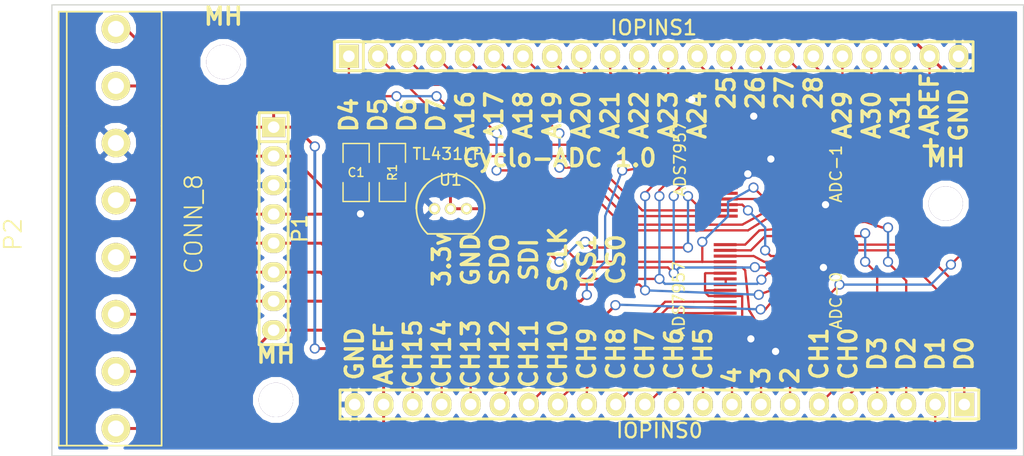
<source format=kicad_pcb>
(kicad_pcb (version 3) (host pcbnew "(2014-jan-25)-product")

  (general
    (links 92)
    (no_connects 0)
    (area 115.699999 79.449999 175.800001 118.050001)
    (thickness 1.6)
    (drawings 56)
    (tracks 510)
    (zones 0)
    (modules 12)
    (nets 52)
  )

  (page A4)
  (layers
    (15 F.Cu signal)
    (0 B.Cu signal)
    (16 B.Adhes user)
    (17 F.Adhes user)
    (18 B.Paste user)
    (19 F.Paste user)
    (20 B.SilkS user)
    (21 F.SilkS user)
    (22 B.Mask user)
    (23 F.Mask user)
    (24 Dwgs.User user)
    (25 Cmts.User user)
    (26 Eco1.User user)
    (27 Eco2.User user)
    (28 Edge.Cuts user)
  )

  (setup
    (last_trace_width 0.2)
    (user_trace_width 0.1)
    (user_trace_width 0.2)
    (trace_clearance 0.254)
    (zone_clearance 0.508)
    (zone_45_only no)
    (trace_min 0.1)
    (segment_width 0.2)
    (edge_width 0.1)
    (via_size 0.889)
    (via_drill 0.635)
    (via_min_size 0.889)
    (via_min_drill 0.508)
    (uvia_size 0.508)
    (uvia_drill 0.127)
    (uvias_allowed no)
    (uvia_min_size 0.508)
    (uvia_min_drill 0.127)
    (pcb_text_width 0.3)
    (pcb_text_size 1.5 1.5)
    (mod_edge_width 0.15)
    (mod_text_size 1 1)
    (mod_text_width 0.15)
    (pad_size 2.5 2.5)
    (pad_drill 1.4)
    (pad_to_mask_clearance 0)
    (aux_axis_origin 0 0)
    (grid_origin 150.85 114)
    (visible_elements FFFFFF7F)
    (pcbplotparams
      (layerselection 3178497)
      (usegerberextensions true)
      (excludeedgelayer true)
      (linewidth 0.100000)
      (plotframeref false)
      (viasonmask false)
      (mode 1)
      (useauxorigin false)
      (hpglpennumber 1)
      (hpglpenspeed 20)
      (hpglpendiameter 15)
      (hpglpenoverlay 2)
      (psnegative false)
      (psa4output false)
      (plotreference true)
      (plotvalue true)
      (plotothertext true)
      (plotinvisibletext false)
      (padsonsilk false)
      (subtractmaskfromsilk false)
      (outputformat 1)
      (mirror false)
      (drillshape 1)
      (scaleselection 1)
      (outputdirectory ""))
  )

  (net 0 "")
  (net 1 SCLK)
  (net 2 SDI)
  (net 3 SDO)
  (net 4 GND)
  (net 5 3.3V)
  (net 6 DIO0)
  (net 7 DIO1)
  (net 8 CH6)
  (net 9 CH5)
  (net 10 CH4)
  (net 11 CH3)
  (net 12 CH2)
  (net 13 CH1)
  (net 14 CH0)
  (net 15 +AREF)
  (net 16 CS0)
  (net 17 CH12)
  (net 18 CH11)
  (net 19 CH10)
  (net 20 CH9)
  (net 21 CH8)
  (net 22 DIO2)
  (net 23 DIO3)
  (net 24 REFP)
  (net 25 CH15)
  (net 26 CH14)
  (net 27 CH13)
  (net 28 DIO4)
  (net 29 DIO5)
  (net 30 CH23)
  (net 31 CH21)
  (net 32 CH20)
  (net 33 CH19)
  (net 34 CH18)
  (net 35 CH17)
  (net 36 CH16)
  (net 37 CS1)
  (net 38 CH28)
  (net 39 CH27)
  (net 40 CH26)
  (net 41 CH25)
  (net 42 CH24)
  (net 43 DIO6)
  (net 44 DIO7)
  (net 45 CH31)
  (net 46 CH30)
  (net 47 CH29)
  (net 48 CH7)
  (net 49 CH22)
  (net 50 "Net-(ADC-0-Pad7)")
  (net 51 "Net-(ADC-1-Pad7)")

  (net_class Default "This is the default net class."
    (clearance 0.254)
    (trace_width 0.254)
    (via_dia 0.889)
    (via_drill 0.635)
    (uvia_dia 0.508)
    (uvia_drill 0.127)
    (add_net +AREF)
    (add_net 3.3V)
    (add_net CH0)
    (add_net CH1)
    (add_net CH10)
    (add_net CH11)
    (add_net CH12)
    (add_net CH13)
    (add_net CH14)
    (add_net CH15)
    (add_net CH16)
    (add_net CH17)
    (add_net CH18)
    (add_net CH19)
    (add_net CH2)
    (add_net CH20)
    (add_net CH21)
    (add_net CH22)
    (add_net CH23)
    (add_net CH24)
    (add_net CH25)
    (add_net CH26)
    (add_net CH27)
    (add_net CH28)
    (add_net CH29)
    (add_net CH3)
    (add_net CH30)
    (add_net CH31)
    (add_net CH4)
    (add_net CH5)
    (add_net CH6)
    (add_net CH7)
    (add_net CH8)
    (add_net CH9)
    (add_net CS0)
    (add_net CS1)
    (add_net DIO0)
    (add_net DIO1)
    (add_net DIO2)
    (add_net DIO3)
    (add_net DIO4)
    (add_net DIO5)
    (add_net DIO6)
    (add_net DIO7)
    (add_net GND)
    (add_net "Net-(ADC-0-Pad7)")
    (add_net "Net-(ADC-1-Pad7)")
    (add_net REFP)
    (add_net SCLK)
    (add_net SDI)
    (add_net SDO)
  )

  (net_class lowclearance ""
    (clearance 0.1)
    (trace_width 0.254)
    (via_dia 0.889)
    (via_drill 0.635)
    (uvia_dia 0.508)
    (uvia_drill 0.127)
  )

  (module SMD_Packages:SM1206 (layer F.Cu) (tedit 535EE75E) (tstamp 535EC8C1)
    (at 118.465 93.68 270)
    (path /53449C6F)
    (attr smd)
    (fp_text reference C1 (at 0 0 360) (layer F.SilkS)
      (effects (font (size 0.762 0.762) (thickness 0.127)))
    )
    (fp_text value C (at 0 0 270) (layer F.SilkS) hide
      (effects (font (size 0.762 0.762) (thickness 0.127)))
    )
    (fp_line (start -2.54 -1.143) (end -2.54 1.143) (layer F.SilkS) (width 0.127))
    (fp_line (start -2.54 1.143) (end -0.889 1.143) (layer F.SilkS) (width 0.127))
    (fp_line (start 0.889 -1.143) (end 2.54 -1.143) (layer F.SilkS) (width 0.127))
    (fp_line (start 2.54 -1.143) (end 2.54 1.143) (layer F.SilkS) (width 0.127))
    (fp_line (start 2.54 1.143) (end 0.889 1.143) (layer F.SilkS) (width 0.127))
    (fp_line (start -0.889 -1.143) (end -2.54 -1.143) (layer F.SilkS) (width 0.127))
    (pad 1 smd rect (at -1.651 0 270) (size 1.524 2.032) (layers F.Cu F.Paste F.Mask)
      (net 24 REFP))
    (pad 2 smd rect (at 1.651 0 270) (size 1.524 2.032) (layers F.Cu F.Paste F.Mask)
      (net 4 GND))
    (model smd/chip_cms.wrl
      (at (xyz 0 0 0))
      (scale (xyz 0.17 0.16 0.16))
      (rotate (xyz 0 0 0))
    )
  )

  (module SMD_Packages:SM1206 (layer F.Cu) (tedit 535EC7DA) (tstamp 535EC901)
    (at 121.64 93.68 90)
    (path /5341F690)
    (attr smd)
    (fp_text reference R1 (at 0 0 90) (layer F.SilkS)
      (effects (font (size 0.762 0.762) (thickness 0.127)))
    )
    (fp_text value 2K (at 0 0 90) (layer F.SilkS) hide
      (effects (font (size 0.762 0.762) (thickness 0.127)))
    )
    (fp_line (start -2.54 -1.143) (end -2.54 1.143) (layer F.SilkS) (width 0.127))
    (fp_line (start -2.54 1.143) (end -0.889 1.143) (layer F.SilkS) (width 0.127))
    (fp_line (start 0.889 -1.143) (end 2.54 -1.143) (layer F.SilkS) (width 0.127))
    (fp_line (start 2.54 -1.143) (end 2.54 1.143) (layer F.SilkS) (width 0.127))
    (fp_line (start 2.54 1.143) (end 0.889 1.143) (layer F.SilkS) (width 0.127))
    (fp_line (start -0.889 -1.143) (end -2.54 -1.143) (layer F.SilkS) (width 0.127))
    (pad 1 smd rect (at -1.651 0 90) (size 1.524 2.032) (layers F.Cu F.Paste F.Mask)
      (net 5 3.3V))
    (pad 2 smd rect (at 1.651 0 90) (size 1.524 2.032) (layers F.Cu F.Paste F.Mask)
      (net 24 REFP))
    (model smd/chip_cms.wrl
      (at (xyz 0 0 0))
      (scale (xyz 0.17 0.16 0.16))
      (rotate (xyz 0 0 0))
    )
  )

  (module Cyclophone:TL431LP (layer F.Cu) (tedit 535FD4A3) (tstamp 5360102B)
    (at 126.72 96.855 180)
    (path /5341EFA8)
    (fp_text reference U1 (at 0 2.54 180) (layer F.SilkS)
      (effects (font (size 1 1) (thickness 0.15)))
    )
    (fp_text value TL431LP (at 0.2 4.8 180) (layer F.SilkS)
      (effects (font (size 1 1) (thickness 0.15)))
    )
    (fp_line (start -2 -2.2) (end 2 -2.2) (layer F.SilkS) (width 0.15))
    (fp_arc (start 0 0) (end -2.2 2) (angle 90) (layer F.SilkS) (width 0.15))
    (fp_arc (start 0 0) (end 2 -2.2) (angle 90) (layer F.SilkS) (width 0.15))
    (fp_arc (start 0 0) (end 3 0) (angle 90) (layer F.SilkS) (width 0.15))
    (fp_arc (start 0 0) (end 0 3) (angle 90) (layer F.SilkS) (width 0.15))
    (pad 1 thru_hole circle (at -1.4 0 180) (size 1 1) (drill 0.6) (layers *.Cu *.Mask F.SilkS)
      (net 24 REFP))
    (pad 2 thru_hole circle (at 0 0 180) (size 1 1) (drill 0.6) (layers *.Cu *.Mask F.SilkS)
      (net 24 REFP))
    (pad 3 thru_hole circle (at 1.4 0 180) (size 1 1) (drill 0.6) (layers *.Cu *.Mask F.SilkS)
      (net 4 GND))
  )

  (module Pin_Headers:Pin_Header_Straight_1x22 (layer F.Cu) (tedit 535FD2E7) (tstamp 535ED0D4)
    (at 145 114 180)
    (descr "1 pin")
    (tags "CONN DEV")
    (path /53274A2C)
    (fp_text reference IOPINS0 (at 0 -2.286 180) (layer F.SilkS)
      (effects (font (size 1.27 1.27) (thickness 0.2032)))
    )
    (fp_text value ADC-0-PINS (at 0 0 180) (layer F.SilkS) hide
      (effects (font (size 1.27 1.27) (thickness 0.2032)))
    )
    (fp_line (start -25.4 1.27) (end 27.94 1.27) (layer F.SilkS) (width 0.254))
    (fp_line (start 27.94 1.27) (end 27.94 -1.27) (layer F.SilkS) (width 0.254))
    (fp_line (start 27.94 -1.27) (end -25.4 -1.27) (layer F.SilkS) (width 0.254))
    (fp_line (start -27.94 -1.27) (end -25.4 -1.27) (layer F.SilkS) (width 0.254))
    (fp_line (start -25.4 -1.27) (end -25.4 1.27) (layer F.SilkS) (width 0.254))
    (fp_line (start -27.94 -1.27) (end -27.94 1.27) (layer F.SilkS) (width 0.254))
    (fp_line (start -27.94 1.27) (end -25.4 1.27) (layer F.SilkS) (width 0.254))
    (pad 1 thru_hole rect (at -26.67 0 180) (size 1.7272 2.032) (drill 1.016) (layers *.Cu *.Mask F.SilkS)
      (net 6 DIO0))
    (pad 2 thru_hole oval (at -24.13 0 180) (size 1.7272 2.032) (drill 1.016) (layers *.Cu *.Mask F.SilkS)
      (net 7 DIO1))
    (pad 3 thru_hole oval (at -21.59 0 180) (size 1.7272 2.032) (drill 1.016) (layers *.Cu *.Mask F.SilkS)
      (net 22 DIO2))
    (pad 4 thru_hole oval (at -19.05 0 180) (size 1.7272 2.032) (drill 1.016) (layers *.Cu *.Mask F.SilkS)
      (net 23 DIO3))
    (pad 5 thru_hole oval (at -16.51 0 180) (size 1.7272 2.032) (drill 1.016) (layers *.Cu *.Mask F.SilkS)
      (net 14 CH0))
    (pad 6 thru_hole oval (at -13.97 0 180) (size 1.7272 2.032) (drill 1.016) (layers *.Cu *.Mask F.SilkS)
      (net 13 CH1))
    (pad 7 thru_hole oval (at -11.43 0 180) (size 1.7272 2.032) (drill 1.016) (layers *.Cu *.Mask F.SilkS)
      (net 12 CH2))
    (pad 8 thru_hole oval (at -8.89 0 180) (size 1.7272 2.032) (drill 1.016) (layers *.Cu *.Mask F.SilkS)
      (net 11 CH3))
    (pad 9 thru_hole oval (at -6.35 0 180) (size 1.7272 2.032) (drill 1.016) (layers *.Cu *.Mask F.SilkS)
      (net 10 CH4))
    (pad 10 thru_hole oval (at -3.81 0 180) (size 1.7272 2.032) (drill 1.016) (layers *.Cu *.Mask F.SilkS)
      (net 9 CH5))
    (pad 11 thru_hole oval (at -1.27 0 180) (size 1.7272 2.032) (drill 1.016) (layers *.Cu *.Mask F.SilkS)
      (net 8 CH6))
    (pad 12 thru_hole oval (at 1.27 0 180) (size 1.7272 2.032) (drill 1.016) (layers *.Cu *.Mask F.SilkS)
      (net 48 CH7))
    (pad 13 thru_hole oval (at 3.81 0 180) (size 1.7272 2.032) (drill 1.016) (layers *.Cu *.Mask F.SilkS)
      (net 21 CH8))
    (pad 14 thru_hole oval (at 6.35 0 180) (size 1.7272 2.032) (drill 1.016) (layers *.Cu *.Mask F.SilkS)
      (net 20 CH9))
    (pad 15 thru_hole oval (at 8.89 0 180) (size 1.7272 2.032) (drill 1.016) (layers *.Cu *.Mask F.SilkS)
      (net 19 CH10))
    (pad 16 thru_hole oval (at 11.43 0 180) (size 1.7272 2.032) (drill 1.016) (layers *.Cu *.Mask F.SilkS)
      (net 18 CH11))
    (pad 17 thru_hole oval (at 13.97 0 180) (size 1.7272 2.032) (drill 1.016) (layers *.Cu *.Mask F.SilkS)
      (net 17 CH12))
    (pad 18 thru_hole oval (at 16.51 0 180) (size 1.7272 2.032) (drill 1.016) (layers *.Cu *.Mask F.SilkS)
      (net 27 CH13))
    (pad 19 thru_hole oval (at 19.05 0 180) (size 1.7272 2.032) (drill 1.016) (layers *.Cu *.Mask F.SilkS)
      (net 26 CH14))
    (pad 20 thru_hole oval (at 21.59 0 180) (size 1.7272 2.032) (drill 1.016) (layers *.Cu *.Mask F.SilkS)
      (net 25 CH15))
    (pad 21 thru_hole oval (at 24.13 0 180) (size 1.7272 2.032) (drill 1.016) (layers *.Cu *.Mask F.SilkS)
      (net 15 +AREF))
    (pad 22 thru_hole oval (at 26.67 0 180) (size 1.7272 2.032) (drill 1.016) (layers *.Cu *.Mask F.SilkS)
      (net 4 GND))
    (model Pin_Headers/Pin_Header_Straight_1x22.wrl
      (at (xyz 0 0 0))
      (scale (xyz 1 1 1))
      (rotate (xyz 0 0 0))
    )
  )

  (module Pin_Headers:Pin_Header_Straight_1x22 (layer F.Cu) (tedit 535FD395) (tstamp 535FC8D7)
    (at 144.5 83.5)
    (descr "1 pin")
    (tags "CONN DEV")
    (path /53274980)
    (fp_text reference IOPINS1 (at 0 -2.5) (layer F.SilkS)
      (effects (font (size 1.27 1.27) (thickness 0.2032)))
    )
    (fp_text value ADC-1-PINS (at 0 0) (layer F.SilkS) hide
      (effects (font (size 1.27 1.27) (thickness 0.2032)))
    )
    (fp_line (start -25.4 1.27) (end 27.94 1.27) (layer F.SilkS) (width 0.254))
    (fp_line (start 27.94 1.27) (end 27.94 -1.27) (layer F.SilkS) (width 0.254))
    (fp_line (start 27.94 -1.27) (end -25.4 -1.27) (layer F.SilkS) (width 0.254))
    (fp_line (start -27.94 -1.27) (end -25.4 -1.27) (layer F.SilkS) (width 0.254))
    (fp_line (start -25.4 -1.27) (end -25.4 1.27) (layer F.SilkS) (width 0.254))
    (fp_line (start -27.94 -1.27) (end -27.94 1.27) (layer F.SilkS) (width 0.254))
    (fp_line (start -27.94 1.27) (end -25.4 1.27) (layer F.SilkS) (width 0.254))
    (pad 1 thru_hole rect (at -26.67 0) (size 1.7272 2.032) (drill 1.016) (layers *.Cu *.Mask F.SilkS)
      (net 28 DIO4))
    (pad 2 thru_hole oval (at -24.13 0) (size 1.7272 2.032) (drill 1.016) (layers *.Cu *.Mask F.SilkS)
      (net 29 DIO5))
    (pad 3 thru_hole oval (at -21.59 0) (size 1.7272 2.032) (drill 1.016) (layers *.Cu *.Mask F.SilkS)
      (net 43 DIO6))
    (pad 4 thru_hole oval (at -19.05 0) (size 1.7272 2.032) (drill 1.016) (layers *.Cu *.Mask F.SilkS)
      (net 44 DIO7))
    (pad 5 thru_hole oval (at -16.51 0) (size 1.7272 2.032) (drill 1.016) (layers *.Cu *.Mask F.SilkS)
      (net 36 CH16))
    (pad 6 thru_hole oval (at -13.97 0) (size 1.7272 2.032) (drill 1.016) (layers *.Cu *.Mask F.SilkS)
      (net 35 CH17))
    (pad 7 thru_hole oval (at -11.43 0) (size 1.7272 2.032) (drill 1.016) (layers *.Cu *.Mask F.SilkS)
      (net 34 CH18))
    (pad 8 thru_hole oval (at -8.89 0) (size 1.7272 2.032) (drill 1.016) (layers *.Cu *.Mask F.SilkS)
      (net 33 CH19))
    (pad 9 thru_hole oval (at -6.35 0) (size 1.7272 2.032) (drill 1.016) (layers *.Cu *.Mask F.SilkS)
      (net 32 CH20))
    (pad 10 thru_hole oval (at -3.81 0) (size 1.7272 2.032) (drill 1.016) (layers *.Cu *.Mask F.SilkS)
      (net 31 CH21))
    (pad 11 thru_hole oval (at -1.27 0) (size 1.7272 2.032) (drill 1.016) (layers *.Cu *.Mask F.SilkS)
      (net 49 CH22))
    (pad 12 thru_hole oval (at 1.27 0) (size 1.7272 2.032) (drill 1.016) (layers *.Cu *.Mask F.SilkS)
      (net 30 CH23))
    (pad 13 thru_hole oval (at 3.81 0) (size 1.7272 2.032) (drill 1.016) (layers *.Cu *.Mask F.SilkS)
      (net 42 CH24))
    (pad 14 thru_hole oval (at 6.35 0) (size 1.7272 2.032) (drill 1.016) (layers *.Cu *.Mask F.SilkS)
      (net 41 CH25))
    (pad 15 thru_hole oval (at 8.89 0) (size 1.7272 2.032) (drill 1.016) (layers *.Cu *.Mask F.SilkS)
      (net 40 CH26))
    (pad 16 thru_hole oval (at 11.43 0) (size 1.7272 2.032) (drill 1.016) (layers *.Cu *.Mask F.SilkS)
      (net 39 CH27))
    (pad 17 thru_hole oval (at 13.97 0) (size 1.7272 2.032) (drill 1.016) (layers *.Cu *.Mask F.SilkS)
      (net 38 CH28))
    (pad 18 thru_hole oval (at 16.51 0) (size 1.7272 2.032) (drill 1.016) (layers *.Cu *.Mask F.SilkS)
      (net 47 CH29))
    (pad 19 thru_hole oval (at 19.05 0) (size 1.7272 2.032) (drill 1.016) (layers *.Cu *.Mask F.SilkS)
      (net 46 CH30))
    (pad 20 thru_hole oval (at 21.59 0) (size 1.7272 2.032) (drill 1.016) (layers *.Cu *.Mask F.SilkS)
      (net 45 CH31))
    (pad 21 thru_hole oval (at 24.13 0) (size 1.7272 2.032) (drill 1.016) (layers *.Cu *.Mask F.SilkS)
      (net 15 +AREF))
    (pad 22 thru_hole oval (at 26.67 0) (size 1.7272 2.032) (drill 1.016) (layers *.Cu *.Mask F.SilkS)
      (net 4 GND))
    (model Pin_Headers/Pin_Header_Straight_1x22.wrl
      (at (xyz 0 0 0))
      (scale (xyz 1 1 1))
      (rotate (xyz 0 0 0))
    )
  )

  (module Cyclophone:ADS7957 (layer F.Cu) (tedit 53601011) (tstamp 535ED82C)
    (at 154.05 94 180)
    (path /535ECD4B)
    (clearance 0.05)
    (fp_text reference ADC-1 (at -6.4 0.2 270) (layer F.SilkS)
      (effects (font (size 1 1) (thickness 0.15)))
    )
    (fp_text value ADS7957 (at 7.25 1.5 270) (layer F.SilkS)
      (effects (font (size 1 1) (thickness 0.15)))
    )
    (pad 32 smd rect (at 3.2 -0.5 180) (size 2 0.27) (layers F.Cu F.Paste F.Mask)
      (net 1 SCLK))
    (pad 33 smd rect (at 3.2 -1 180) (size 2 0.27) (layers F.Cu F.Paste F.Mask)
      (net 2 SDI))
    (pad 34 smd rect (at 3.2 -1.5 180) (size 2 0.27) (layers F.Cu F.Paste F.Mask)
      (net 3 SDO))
    (pad 35 smd rect (at 3.2 -2 180) (size 2 0.27) (layers F.Cu F.Paste F.Mask)
      (net 4 GND))
    (pad 36 smd rect (at 3.2 -2.5 180) (size 2 0.27) (layers F.Cu F.Paste F.Mask)
      (net 5 3.3V))
    (pad 37 smd rect (at 3.2 -3 180) (size 2 0.27) (layers F.Cu F.Paste F.Mask)
      (net 28 DIO4))
    (pad 38 smd rect (at 3.2 -3.5 180) (size 2 0.27) (layers F.Cu F.Paste F.Mask)
      (net 29 DIO5))
    (pad 20 smd rect (at 3.2 5.5 180) (size 2 0.27) (layers F.Cu F.Paste F.Mask)
      (net 4 GND))
    (pad 21 smd rect (at 3.2 5 180) (size 2 0.27) (layers F.Cu F.Paste F.Mask)
      (net 30 CH23))
    (pad 22 smd rect (at 3.2 4.5 180) (size 2 0.27) (layers F.Cu F.Paste F.Mask)
      (net 49 CH22))
    (pad 23 smd rect (at 3.2 4 180) (size 2 0.27) (layers F.Cu F.Paste F.Mask)
      (net 31 CH21))
    (pad 24 smd rect (at 3.2 3.5 180) (size 2 0.27) (layers F.Cu F.Paste F.Mask)
      (net 32 CH20))
    (pad 25 smd rect (at 3.2 3 180) (size 2 0.27) (layers F.Cu F.Paste F.Mask)
      (net 33 CH19))
    (pad 26 smd rect (at 3.2 2.5 180) (size 2 0.27) (layers F.Cu F.Paste F.Mask)
      (net 34 CH18))
    (pad 27 smd rect (at 3.2 2 180) (size 2 0.27) (layers F.Cu F.Paste F.Mask)
      (net 35 CH17))
    (pad 28 smd rect (at 3.2 1.5 180) (size 2 0.27) (layers F.Cu F.Paste F.Mask)
      (net 36 CH16))
    (pad 29 smd rect (at 3.2 1 180) (size 2 0.27) (layers F.Cu F.Paste F.Mask)
      (net 15 +AREF))
    (pad 30 smd rect (at 3.2 0.5 180) (size 2 0.27) (layers F.Cu F.Paste F.Mask)
      (net 4 GND))
    (pad 31 smd rect (at 3.2 0 180) (size 2 0.27) (layers F.Cu F.Paste F.Mask)
      (net 37 CS1))
    (pad 14 smd rect (at -3.2 3 180) (size 2 0.27) (layers F.Cu F.Paste F.Mask)
      (net 38 CH28))
    (pad 15 smd rect (at -3.2 3.5 180) (size 2 0.27) (layers F.Cu F.Paste F.Mask)
      (net 39 CH27))
    (pad 16 smd rect (at -3.2 4 180) (size 2 0.27) (layers F.Cu F.Paste F.Mask)
      (net 40 CH26))
    (pad 17 smd rect (at -3.2 4.5 180) (size 2 0.27) (layers F.Cu F.Paste F.Mask)
      (net 41 CH25))
    (pad 18 smd rect (at -3.2 5 180) (size 2 0.27) (layers F.Cu F.Paste F.Mask)
      (net 42 CH24))
    (pad 19 smd rect (at -3.2 5.5 180) (size 2 0.27) (layers F.Cu F.Paste F.Mask)
      (net 4 GND))
    (pad 1 smd rect (at -3.2 -3.5 180) (size 2 0.27) (layers F.Cu F.Paste F.Mask)
      (net 43 DIO6))
    (pad 2 smd rect (at -3.2 -3 180) (size 2 0.27) (layers F.Cu F.Paste F.Mask)
      (net 44 DIO7))
    (pad 3 smd rect (at -3.2 -2.5 180) (size 2 0.27) (layers F.Cu F.Paste F.Mask)
      (net 4 GND))
    (pad 4 smd rect (at -3.2 -2 180) (size 2 0.27) (layers F.Cu F.Paste F.Mask)
      (net 24 REFP))
    (pad 5 smd rect (at -3.2 -1.5 180) (size 2 0.27) (layers F.Cu F.Paste F.Mask)
      (net 15 +AREF))
    (pad 6 smd rect (at -3.2 -1 180) (size 2 0.27) (layers F.Cu F.Paste F.Mask)
      (net 4 GND))
    (pad 7 smd rect (at -3.2 -0.5 180) (size 2 0.27) (layers F.Cu F.Paste F.Mask)
      (net 51 "Net-(ADC-1-Pad7)"))
    (pad 8 smd rect (at -3.2 0 180) (size 2 0.27) (layers F.Cu F.Paste F.Mask)
      (net 51 "Net-(ADC-1-Pad7)"))
    (pad 9 smd rect (at -3.2 0.5 180) (size 2 0.27) (layers F.Cu F.Paste F.Mask)
      (net 4 GND))
    (pad 10 smd rect (at -3.2 1 180) (size 2 0.27) (layers F.Cu F.Paste F.Mask)
      (net 4 GND))
    (pad 11 smd rect (at -3.2 1.5 180) (size 2 0.27) (layers F.Cu F.Paste F.Mask)
      (net 45 CH31))
    (pad 12 smd rect (at -3.2 2 180) (size 2 0.27) (layers F.Cu F.Paste F.Mask)
      (net 46 CH30))
    (pad 13 smd rect (at -3.2 2.5 180) (size 2 0.27) (layers F.Cu F.Paste F.Mask)
      (net 47 CH29))
  )

  (module Cyclophone:ADS7957 (layer F.Cu) (tedit 53600FFF) (tstamp 535ED856)
    (at 153.95 103.5)
    (path /535ECE01)
    (clearance 0.05)
    (fp_text reference ADC-0 (at 6.5 1.4 90) (layer F.SilkS)
      (effects (font (size 1 1) (thickness 0.15)))
    )
    (fp_text value ADS7957 (at -7.25 1.25 90) (layer F.SilkS)
      (effects (font (size 1 1) (thickness 0.15)))
    )
    (pad 32 smd rect (at 3.2 -0.5) (size 2 0.27) (layers F.Cu F.Paste F.Mask)
      (net 1 SCLK))
    (pad 33 smd rect (at 3.2 -1) (size 2 0.27) (layers F.Cu F.Paste F.Mask)
      (net 2 SDI))
    (pad 34 smd rect (at 3.2 -1.5) (size 2 0.27) (layers F.Cu F.Paste F.Mask)
      (net 3 SDO))
    (pad 35 smd rect (at 3.2 -2) (size 2 0.27) (layers F.Cu F.Paste F.Mask)
      (net 4 GND))
    (pad 36 smd rect (at 3.2 -2.5) (size 2 0.27) (layers F.Cu F.Paste F.Mask)
      (net 5 3.3V))
    (pad 37 smd rect (at 3.2 -3) (size 2 0.27) (layers F.Cu F.Paste F.Mask)
      (net 6 DIO0))
    (pad 38 smd rect (at 3.2 -3.5) (size 2 0.27) (layers F.Cu F.Paste F.Mask)
      (net 7 DIO1))
    (pad 20 smd rect (at 3.2 5.5) (size 2 0.27) (layers F.Cu F.Paste F.Mask)
      (net 4 GND))
    (pad 21 smd rect (at 3.2 5) (size 2 0.27) (layers F.Cu F.Paste F.Mask)
      (net 48 CH7))
    (pad 22 smd rect (at 3.2 4.5) (size 2 0.27) (layers F.Cu F.Paste F.Mask)
      (net 8 CH6))
    (pad 23 smd rect (at 3.2 4) (size 2 0.27) (layers F.Cu F.Paste F.Mask)
      (net 9 CH5))
    (pad 24 smd rect (at 3.2 3.5) (size 2 0.27) (layers F.Cu F.Paste F.Mask)
      (net 10 CH4))
    (pad 25 smd rect (at 3.2 3) (size 2 0.27) (layers F.Cu F.Paste F.Mask)
      (net 11 CH3))
    (pad 26 smd rect (at 3.2 2.5) (size 2 0.27) (layers F.Cu F.Paste F.Mask)
      (net 12 CH2))
    (pad 27 smd rect (at 3.2 2) (size 2 0.27) (layers F.Cu F.Paste F.Mask)
      (net 13 CH1))
    (pad 28 smd rect (at 3.2 1.5) (size 2 0.27) (layers F.Cu F.Paste F.Mask)
      (net 14 CH0))
    (pad 29 smd rect (at 3.2 1) (size 2 0.27) (layers F.Cu F.Paste F.Mask)
      (net 15 +AREF))
    (pad 30 smd rect (at 3.2 0.5) (size 2 0.27) (layers F.Cu F.Paste F.Mask)
      (net 4 GND))
    (pad 31 smd rect (at 3.2 0) (size 2 0.27) (layers F.Cu F.Paste F.Mask)
      (net 16 CS0))
    (pad 14 smd rect (at -3.2 3) (size 2 0.27) (layers F.Cu F.Paste F.Mask)
      (net 17 CH12))
    (pad 15 smd rect (at -3.2 3.5) (size 2 0.27) (layers F.Cu F.Paste F.Mask)
      (net 18 CH11))
    (pad 16 smd rect (at -3.2 4) (size 2 0.27) (layers F.Cu F.Paste F.Mask)
      (net 19 CH10))
    (pad 17 smd rect (at -3.2 4.5) (size 2 0.27) (layers F.Cu F.Paste F.Mask)
      (net 20 CH9))
    (pad 18 smd rect (at -3.2 5) (size 2 0.27) (layers F.Cu F.Paste F.Mask)
      (net 21 CH8))
    (pad 19 smd rect (at -3.2 5.5) (size 2 0.27) (layers F.Cu F.Paste F.Mask)
      (net 4 GND))
    (pad 1 smd rect (at -3.2 -3.5) (size 2 0.27) (layers F.Cu F.Paste F.Mask)
      (net 22 DIO2))
    (pad 2 smd rect (at -3.2 -3) (size 2 0.27) (layers F.Cu F.Paste F.Mask)
      (net 23 DIO3))
    (pad 3 smd rect (at -3.2 -2.5) (size 2 0.27) (layers F.Cu F.Paste F.Mask)
      (net 4 GND))
    (pad 4 smd rect (at -3.2 -2) (size 2 0.27) (layers F.Cu F.Paste F.Mask)
      (net 24 REFP))
    (pad 5 smd rect (at -3.2 -1.5) (size 2 0.27) (layers F.Cu F.Paste F.Mask)
      (net 15 +AREF))
    (pad 6 smd rect (at -3.2 -1) (size 2 0.27) (layers F.Cu F.Paste F.Mask)
      (net 4 GND))
    (pad 7 smd rect (at -3.2 -0.5) (size 2 0.27) (layers F.Cu F.Paste F.Mask)
      (net 50 "Net-(ADC-0-Pad7)"))
    (pad 8 smd rect (at -3.2 0) (size 2 0.27) (layers F.Cu F.Paste F.Mask)
      (net 50 "Net-(ADC-0-Pad7)"))
    (pad 9 smd rect (at -3.2 0.5) (size 2 0.27) (layers F.Cu F.Paste F.Mask)
      (net 4 GND))
    (pad 10 smd rect (at -3.2 1) (size 2 0.27) (layers F.Cu F.Paste F.Mask)
      (net 4 GND))
    (pad 11 smd rect (at -3.2 1.5) (size 2 0.27) (layers F.Cu F.Paste F.Mask)
      (net 25 CH15))
    (pad 12 smd rect (at -3.2 2) (size 2 0.27) (layers F.Cu F.Paste F.Mask)
      (net 26 CH14))
    (pad 13 smd rect (at -3.2 2.5) (size 2 0.27) (layers F.Cu F.Paste F.Mask)
      (net 27 CH13))
  )

  (module Pin_Headers:Pin_Header_Straight_1x08 (layer F.Cu) (tedit 53600BB7) (tstamp 53601011)
    (at 111.25 98.6 270)
    (descr "1 pin")
    (tags "CONN DEV")
    (path /53600A1D)
    (fp_text reference P1 (at 0 -2.286 270) (layer F.SilkS)
      (effects (font (size 1.27 1.27) (thickness 0.2032)))
    )
    (fp_text value CONN_8 (at 0 0 270) (layer F.SilkS) hide
      (effects (font (size 1.27 1.27) (thickness 0.2032)))
    )
    (fp_line (start -7.62 -1.27) (end 10.16 -1.27) (layer F.SilkS) (width 0.254))
    (fp_line (start 10.16 -1.27) (end 10.16 1.27) (layer F.SilkS) (width 0.254))
    (fp_line (start 10.16 1.27) (end -7.62 1.27) (layer F.SilkS) (width 0.254))
    (fp_line (start -10.16 -1.27) (end -7.62 -1.27) (layer F.SilkS) (width 0.254))
    (fp_line (start -7.62 -1.27) (end -7.62 1.27) (layer F.SilkS) (width 0.254))
    (fp_line (start -10.16 -1.27) (end -10.16 1.27) (layer F.SilkS) (width 0.254))
    (fp_line (start -10.16 1.27) (end -7.62 1.27) (layer F.SilkS) (width 0.254))
    (pad 1 thru_hole rect (at -8.89 0 270) (size 1.7272 2.032) (drill 1.016) (layers *.Cu *.Mask F.SilkS)
      (net 15 +AREF))
    (pad 2 thru_hole oval (at -6.35 0 270) (size 1.7272 2.032) (drill 1.016) (layers *.Cu *.Mask F.SilkS)
      (net 5 3.3V))
    (pad 3 thru_hole oval (at -3.81 0 270) (size 1.7272 2.032) (drill 1.016) (layers *.Cu *.Mask F.SilkS)
      (net 4 GND))
    (pad 4 thru_hole oval (at -1.27 0 270) (size 1.7272 2.032) (drill 1.016) (layers *.Cu *.Mask F.SilkS)
      (net 3 SDO))
    (pad 5 thru_hole oval (at 1.27 0 270) (size 1.7272 2.032) (drill 1.016) (layers *.Cu *.Mask F.SilkS)
      (net 2 SDI))
    (pad 6 thru_hole oval (at 3.81 0 270) (size 1.7272 2.032) (drill 1.016) (layers *.Cu *.Mask F.SilkS)
      (net 1 SCLK))
    (pad 7 thru_hole oval (at 6.35 0 270) (size 1.7272 2.032) (drill 1.016) (layers *.Cu *.Mask F.SilkS)
      (net 37 CS1))
    (pad 8 thru_hole oval (at 8.89 0 270) (size 1.7272 2.032) (drill 1.016) (layers *.Cu *.Mask F.SilkS)
      (net 16 CS0))
    (model Pin_Headers/Pin_Header_Straight_1x08.wrl
      (at (xyz 0 0 0))
      (scale (xyz 1 1 1))
      (rotate (xyz 0 0 0))
    )
  )

  (module Cyclophone:Phoenix-5mm-Screw-Terminal-8-flipped (layer F.Cu) (tedit 53600C4F) (tstamp 53601106)
    (at 97.45 98.6 90)
    (path /53600AFF)
    (fp_text reference P2 (at -0.5 -9 90) (layer F.SilkS)
      (effects (font (size 1.5 1.5) (thickness 0.15)))
    )
    (fp_text value CONN_8 (at 0.4 6.8 90) (layer F.SilkS)
      (effects (font (size 1.5 1.5) (thickness 0.15)))
    )
    (fp_line (start -9 -4.3) (end -19 -4.3) (layer F.SilkS) (width 0.15))
    (fp_line (start 19 -4.3) (end 9 -4.3) (layer F.SilkS) (width 0.15))
    (fp_line (start 9 -5) (end 19 -5) (layer F.SilkS) (width 0.15))
    (fp_line (start 19 -5) (end 19 4) (layer F.SilkS) (width 0.15))
    (fp_line (start 19 4) (end 9 4) (layer F.SilkS) (width 0.15))
    (fp_line (start -9 4) (end -19 4) (layer F.SilkS) (width 0.15))
    (fp_line (start -19 4) (end -19 -5) (layer F.SilkS) (width 0.15))
    (fp_line (start -19 -5) (end -9 -5) (layer F.SilkS) (width 0.15))
    (fp_line (start -9 -5) (end 9 -5) (layer F.SilkS) (width 0.15))
    (fp_line (start -9 -4.3) (end 9 -4.3) (layer F.SilkS) (width 0.15))
    (fp_line (start 9 4) (end -9 4) (layer F.SilkS) (width 0.15))
    (pad 8 thru_hole circle (at -17.5 0 270) (size 2.5 2.5) (drill 1.4) (layers *.Cu *.Mask F.SilkS)
      (net 16 CS0))
    (pad 7 thru_hole circle (at -12.5 0 270) (size 2.5 2.5) (drill 1.4) (layers *.Cu *.Mask F.SilkS)
      (net 37 CS1))
    (pad 6 thru_hole circle (at -7.5 0 270) (size 2.5 2.5) (drill 1.4) (layers *.Cu *.Mask F.SilkS)
      (net 1 SCLK))
    (pad 5 thru_hole circle (at -2.5 0 270) (size 2.5 2.5) (drill 1.4) (layers *.Cu *.Mask F.SilkS)
      (net 2 SDI))
    (pad 1 thru_hole circle (at 17.5 0 270) (size 2.5 2.5) (drill 1.4) (layers *.Cu *.Mask F.SilkS)
      (net 15 +AREF))
    (pad 2 thru_hole circle (at 12.5 0 270) (size 2.5 2.5) (drill 1.4) (layers *.Cu *.Mask F.SilkS)
      (net 5 3.3V))
    (pad 3 thru_hole circle (at 7.5 0 270) (size 2.5 2.5) (drill 1.4) (layers *.Cu *.Mask F.SilkS)
      (net 4 GND))
    (pad 4 thru_hole circle (at 2.5 0 270) (size 2.5 2.5) (drill 1.4) (layers *.Cu *.Mask F.SilkS)
      (net 3 SDO))
  )

  (module Mounting_Holes:MountingHole_3mm (layer F.Cu) (tedit 536014AB) (tstamp 5360160F)
    (at 106.85 84)
    (descr "Mounting hole, Befestigungsbohrung, 3mm, No Annular, Kein Restring,")
    (tags "Mounting hole, Befestigungsbohrung, 3mm, No Annular, Kein Restring,")
    (fp_text reference MH (at 0 -4.0005) (layer F.SilkS)
      (effects (font (thickness 0.3048)))
    )
    (fp_text value MountingHole_3mm_RevA_Date21Jun2010 (at 1.00076 5.00126) (layer F.SilkS) hide
      (effects (font (thickness 0.3048)))
    )
    (fp_circle (center 0 0) (end 2.99974 0) (layer Cmts.User) (width 0.381))
    (pad 1 thru_hole circle (at 0 0) (size 2.99974 2.99974) (drill 2.99974) (layers))
  )

  (module Mounting_Holes:MountingHole_3mm (layer F.Cu) (tedit 536014BF) (tstamp 53601615)
    (at 111.45 113.6)
    (descr "Mounting hole, Befestigungsbohrung, 3mm, No Annular, Kein Restring,")
    (tags "Mounting hole, Befestigungsbohrung, 3mm, No Annular, Kein Restring,")
    (fp_text reference MH (at 0 -4.0005) (layer F.SilkS)
      (effects (font (thickness 0.3048)))
    )
    (fp_text value MountingHole_3mm_RevA_Date21Jun2010 (at 1.00076 5.00126) (layer F.SilkS) hide
      (effects (font (thickness 0.3048)))
    )
    (fp_circle (center 0 0) (end 2.99974 0) (layer Cmts.User) (width 0.381))
    (pad 1 thru_hole circle (at 0 0) (size 2.99974 2.99974) (drill 2.99974) (layers))
  )

  (module Mounting_Holes:MountingHole_3mm (layer F.Cu) (tedit 536014C8) (tstamp 5360161B)
    (at 170.05 96.4)
    (descr "Mounting hole, Befestigungsbohrung, 3mm, No Annular, Kein Restring,")
    (tags "Mounting hole, Befestigungsbohrung, 3mm, No Annular, Kein Restring,")
    (fp_text reference MH (at 0 -4.0005) (layer F.SilkS)
      (effects (font (thickness 0.3048)))
    )
    (fp_text value MountingHole_3mm_RevA_Date21Jun2010 (at 1.00076 5.00126) (layer F.SilkS) hide
      (effects (font (thickness 0.3048)))
    )
    (fp_circle (center 0 0) (end 2.99974 0) (layer Cmts.User) (width 0.381))
    (pad 1 thru_hole circle (at 0 0) (size 2.99974 2.99974) (drill 2.99974) (layers))
  )

  (gr_line (start 91.85 118.5) (end 91.85 79) (angle 90) (layer Edge.Cuts) (width 0.1))
  (gr_line (start 176.85 118.5) (end 91.85 118.5) (angle 90) (layer Edge.Cuts) (width 0.1))
  (gr_line (start 176.85 79) (end 176.85 118.5) (angle 90) (layer Edge.Cuts) (width 0.1))
  (gr_line (start 91.85 79) (end 176.85 79) (angle 90) (layer Edge.Cuts) (width 0.1))
  (gr_text CS0 (at 141.19 101.3 90) (layer F.SilkS)
    (effects (font (size 1.5 1.5) (thickness 0.3)))
  )
  (gr_text CS1 (at 138.65 101.3 90) (layer F.SilkS)
    (effects (font (size 1.5 1.5) (thickness 0.3)))
  )
  (gr_text SCLK (at 136.11 101.3 90) (layer F.SilkS)
    (effects (font (size 1.5 1.5) (thickness 0.3)))
  )
  (gr_text SDI (at 133.57 101.3 90) (layer F.SilkS)
    (effects (font (size 1.5 1.5) (thickness 0.3)))
  )
  (gr_text SDO (at 131.03 101.3 90) (layer F.SilkS)
    (effects (font (size 1.5 1.5) (thickness 0.3)))
  )
  (gr_text GND (at 128.49 101.3 90) (layer F.SilkS)
    (effects (font (size 1.5 1.5) (thickness 0.3)))
  )
  (gr_text 3.3v (at 125.95 101.3 90) (layer F.SilkS)
    (effects (font (size 1.5 1.5) (thickness 0.3)))
  )
  (gr_text D0 (at 171.67 109.555 90) (layer F.SilkS)
    (effects (font (size 1.5 1.5) (thickness 0.3)))
  )
  (gr_text D1 (at 169.13 109.555 90) (layer F.SilkS)
    (effects (font (size 1.5 1.5) (thickness 0.3)))
  )
  (gr_text D2 (at 166.59 109.555 90) (layer F.SilkS)
    (effects (font (size 1.5 1.5) (thickness 0.3)))
  )
  (gr_text D3 (at 164.05 109.555 90) (layer F.SilkS)
    (effects (font (size 1.5 1.5) (thickness 0.3)))
  )
  (gr_text CH0 (at 161.51 109.555 90) (layer F.SilkS) (tstamp 535FCC41)
    (effects (font (size 1.5 1.5) (thickness 0.3)))
  )
  (gr_text CH1 (at 158.97 109.555 90) (layer F.SilkS) (tstamp 535FCC40)
    (effects (font (size 1.5 1.5) (thickness 0.3)))
  )
  (gr_text CH5 (at 148.81 109.555 90) (layer F.SilkS) (tstamp 535FCC38)
    (effects (font (size 1.5 1.5) (thickness 0.3)))
  )
  (gr_text 4 (at 151.35 111.46 90) (layer F.SilkS) (tstamp 535FCC37)
    (effects (font (size 1.5 1.5) (thickness 0.3)))
  )
  (gr_text 3 (at 153.89 111.46 90) (layer F.SilkS) (tstamp 535FCC36)
    (effects (font (size 1.5 1.5) (thickness 0.3)))
  )
  (gr_text 2 (at 156.43 111.46 90) (layer F.SilkS) (tstamp 535FCC35)
    (effects (font (size 1.5 1.5) (thickness 0.3)))
  )
  (gr_text CH6 (at 146.27 109.555 90) (layer F.SilkS)
    (effects (font (size 1.5 1.5) (thickness 0.3)))
  )
  (gr_text CH7 (at 143.73 109.555 90) (layer F.SilkS)
    (effects (font (size 1.5 1.5) (thickness 0.3)))
  )
  (gr_text CH8 (at 141.19 109.555 90) (layer F.SilkS)
    (effects (font (size 1.5 1.5) (thickness 0.3)))
  )
  (gr_text CH9 (at 138.65 109.555 90) (layer F.SilkS)
    (effects (font (size 1.5 1.5) (thickness 0.3)))
  )
  (gr_text CH10 (at 136.11 109.555 90) (layer F.SilkS)
    (effects (font (size 1.5 1.5) (thickness 0.3)))
  )
  (gr_text CH11 (at 133.57 109.555 90) (layer F.SilkS)
    (effects (font (size 1.5 1.5) (thickness 0.3)))
  )
  (gr_text CH12 (at 131.03 109.555 90) (layer F.SilkS)
    (effects (font (size 1.5 1.5) (thickness 0.3)))
  )
  (gr_text CH13 (at 128.49 109.555 90) (layer F.SilkS)
    (effects (font (size 1.5 1.5) (thickness 0.3)))
  )
  (gr_text CH14 (at 125.95 109.555 90) (layer F.SilkS)
    (effects (font (size 1.5 1.5) (thickness 0.3)))
  )
  (gr_text CH15 (at 123.41 109.555 90) (layer F.SilkS)
    (effects (font (size 1.5 1.5) (thickness 0.3)))
  )
  (gr_text AREF (at 120.87 109.555 90) (layer F.SilkS)
    (effects (font (size 1.5 1.5) (thickness 0.3)))
  )
  (gr_text GND (at 118.33 109.555 90) (layer F.SilkS)
    (effects (font (size 1.5 1.5) (thickness 0.3)))
  )
  (gr_text GND (at 171.17 88.646 90) (layer F.SilkS)
    (effects (font (size 1.5 1.5) (thickness 0.3)))
  )
  (gr_text +AREF (at 168.63 88.646 90) (layer F.SilkS)
    (effects (font (size 1.5 1.5) (thickness 0.3)))
  )
  (gr_text A29 (at 161.01 88.646 90) (layer F.SilkS) (tstamp 535FCAD4)
    (effects (font (size 1.5 1.5) (thickness 0.3)))
  )
  (gr_text A30 (at 163.55 88.646 90) (layer F.SilkS) (tstamp 535FCAD3)
    (effects (font (size 1.5 1.5) (thickness 0.3)))
  )
  (gr_text 27 (at 155.93 86.695 90) (layer F.SilkS) (tstamp 535FCAD2)
    (effects (font (size 1.5 1.5) (thickness 0.3)))
  )
  (gr_text 28 (at 158.47 86.695 90) (layer F.SilkS) (tstamp 535FCAD1)
    (effects (font (size 1.5 1.5) (thickness 0.3)))
  )
  (gr_text A31 (at 166.09 88.646 90) (layer F.SilkS)
    (effects (font (size 1.5 1.5) (thickness 0.3)))
  )
  (gr_text 26 (at 153.39 86.695 90) (layer F.SilkS)
    (effects (font (size 1.5 1.5) (thickness 0.3)))
  )
  (gr_text 25 (at 150.85 86.695 90) (layer F.SilkS)
    (effects (font (size 1.5 1.5) (thickness 0.3)))
  )
  (gr_text A24 (at 148.31 88.646 90) (layer F.SilkS)
    (effects (font (size 1.5 1.5) (thickness 0.3)))
  )
  (gr_text A23 (at 145.77 88.646 90) (layer F.SilkS)
    (effects (font (size 1.5 1.5) (thickness 0.3)))
  )
  (gr_text A22 (at 143.23 88.646 90) (layer F.SilkS)
    (effects (font (size 1.5 1.5) (thickness 0.3)))
  )
  (gr_text A21 (at 140.69 88.646 90) (layer F.SilkS)
    (effects (font (size 1.5 1.5) (thickness 0.3)))
  )
  (gr_text A20 (at 138.15 88.646 90) (layer F.SilkS)
    (effects (font (size 1.5 1.5) (thickness 0.3)))
  )
  (gr_text A19 (at 135.61 88.646 90) (layer F.SilkS)
    (effects (font (size 1.5 1.5) (thickness 0.3)))
  )
  (gr_text "A18\n" (at 133.07 88.646 90) (layer F.SilkS)
    (effects (font (size 1.5 1.5) (thickness 0.3)))
  )
  (gr_text A17 (at 130.53 88.646 90) (layer F.SilkS)
    (effects (font (size 1.5 1.5) (thickness 0.3)))
  )
  (gr_text A16 (at 127.99 88.646 90) (layer F.SilkS)
    (effects (font (size 1.5 1.5) (thickness 0.3)))
  )
  (gr_text D7 (at 125.45 88.646 90) (layer F.SilkS)
    (effects (font (size 1.5 1.5) (thickness 0.3)))
  )
  (gr_text D6 (at 122.91 88.646 90) (layer F.SilkS)
    (effects (font (size 1.5 1.5) (thickness 0.3)))
  )
  (gr_text D5 (at 120.37 88.646 90) (layer F.SilkS)
    (effects (font (size 1.5 1.5) (thickness 0.3)))
  )
  (gr_text D4 (at 117.83 88.646 90) (layer F.SilkS) (tstamp 535FC877)
    (effects (font (size 1.5 1.5) (thickness 0.3)))
  )
  (gr_text "Cyclo-ADC 1.0" (at 136.245 92.41) (layer F.SilkS)
    (effects (font (size 1.5 1.5) (thickness 0.3)))
  )

  (segment (start 97.45 106.1) (end 103.15 106.1) (width 0.254) (layer F.Cu) (net 1))
  (segment (start 106.84 102.41) (end 111.25 102.41) (width 0.254) (layer F.Cu) (net 1) (tstamp 5360139A))
  (segment (start 103.15 106.1) (end 106.84 102.41) (width 0.254) (layer F.Cu) (net 1) (tstamp 53601399))
  (segment (start 111.25 102.41) (end 115.36 102.41) (width 0.254) (layer F.Cu) (net 1))
  (segment (start 137.85 103.5) (end 134.35 103.5) (width 0.2) (layer F.Cu) (net 1) (tstamp 535EE94E))
  (segment (start 116.45 103.5) (end 134.35 103.5) (width 0.254) (layer F.Cu) (net 1) (tstamp 53601154))
  (segment (start 115.36 102.41) (end 116.45 103.5) (width 0.254) (layer F.Cu) (net 1) (tstamp 53601153))
  (segment (start 143.25 103.5) (end 143.75 104) (width 0.2) (layer F.Cu) (net 1) (tstamp 535EE94C))
  (segment (start 143.25 103.5) (end 137.85 103.5) (width 0.2) (layer F.Cu) (net 1) (tstamp 535EE94D))
  (via (at 143.75 104) (size 0.889) (layers F.Cu B.Cu) (net 1))
  (segment (start 153.69 104.39) (end 143.75 104) (width 0.2) (layer B.Cu) (net 1) (tstamp 535EEAC8))
  (segment (start 143.75 95.75) (end 143.75 104) (width 0.2) (layer B.Cu) (net 1) (tstamp 535EE940))
  (via (at 143.75 95.75) (size 0.889) (layers F.Cu B.Cu) (net 1))
  (segment (start 143.75 95.5) (end 143.75 95.75) (width 0.2) (layer F.Cu) (net 1) (tstamp 535EE937))
  (segment (start 145.75 93.5) (end 143.75 95.5) (width 0.2) (layer F.Cu) (net 1) (tstamp 535EE934))
  (segment (start 148.25 93.5) (end 145.75 93.5) (width 0.2) (layer F.Cu) (net 1) (tstamp 535EE932))
  (segment (start 149.25 94.5) (end 148.25 93.5) (width 0.2) (layer F.Cu) (net 1) (tstamp 535EE931))
  (via (at 153.69 104.39) (size 0.889) (layers F.Cu B.Cu) (net 1))
  (segment (start 154.75 104) (end 153.69 104.39) (width 0.2) (layer F.Cu) (net 1) (tstamp 535EEAB2))
  (segment (start 157.2 103) (end 155.75 103) (width 0.2) (layer F.Cu) (net 1))
  (segment (start 155.75 103) (end 154.75 104) (width 0.2) (layer F.Cu) (net 1) (tstamp 535EEAB1))
  (segment (start 150.8 94.5) (end 149.25 94.5) (width 0.2) (layer F.Cu) (net 1))
  (segment (start 97.45 101.1) (end 105.95 101.1) (width 0.254) (layer F.Cu) (net 2))
  (segment (start 107.18 99.87) (end 111.25 99.87) (width 0.254) (layer F.Cu) (net 2) (tstamp 53601391))
  (segment (start 105.95 101.1) (end 107.18 99.87) (width 0.254) (layer F.Cu) (net 2) (tstamp 53601390))
  (segment (start 111.25 99.87) (end 115.42 99.87) (width 0.254) (layer F.Cu) (net 2))
  (segment (start 123.26622 101.91622) (end 132.286863 101.91622) (width 0.254) (layer F.Cu) (net 2) (tstamp 5360114D))
  (segment (start 122.75 101.4) (end 123.26622 101.91622) (width 0.254) (layer F.Cu) (net 2) (tstamp 5360114C))
  (segment (start 116.95 101.4) (end 122.75 101.4) (width 0.254) (layer F.Cu) (net 2) (tstamp 5360114A))
  (segment (start 115.42 99.87) (end 116.95 101.4) (width 0.254) (layer F.Cu) (net 2) (tstamp 53601149))
  (segment (start 134.75 103) (end 132.286863 101.91622) (width 0.2) (layer F.Cu) (net 2) (tstamp 535EE91D))
  (segment (start 145 103) (end 134.75 103) (width 0.2) (layer F.Cu) (net 2) (tstamp 535EE91C))
  (via (at 145 103) (size 0.889) (layers F.Cu B.Cu) (net 2))
  (segment (start 145 95.75) (end 145 103) (width 0.2) (layer B.Cu) (net 2) (tstamp 535EE914))
  (via (at 145 95.75) (size 0.889) (layers F.Cu B.Cu) (net 2))
  (segment (start 145 95.25) (end 145 95.75) (width 0.2) (layer F.Cu) (net 2) (tstamp 535EE90B))
  (segment (start 146.25 94) (end 145 95.25) (width 0.2) (layer F.Cu) (net 2) (tstamp 535EE8F1))
  (segment (start 147 94) (end 146.25 94) (width 0.2) (layer F.Cu) (net 2) (tstamp 535EE8EF))
  (segment (start 132.286863 101.91622) (end 126.85 101.9) (width 0.2) (layer F.Cu) (net 2) (tstamp 535EE923))
  (segment (start 145.05 103) (end 145.48 103.43) (width 0.2) (layer B.Cu) (net 2) (tstamp 535EF2F0))
  (segment (start 145.48 103.43) (end 153.56 103.43) (width 0.2) (layer B.Cu) (net 2) (tstamp 535EF2F9))
  (segment (start 153.56 103.43) (end 153.92 103.07) (width 0.2) (layer B.Cu) (net 2) (tstamp 535EF301))
  (segment (start 145 103) (end 145.05 103) (width 0.2) (layer B.Cu) (net 2))
  (via (at 153.92 103.07) (size 0.889) (layers F.Cu B.Cu) (net 2))
  (segment (start 153.92 103.07) (end 154.49 102.5) (width 0.2) (layer F.Cu) (net 2) (tstamp 535EF306))
  (segment (start 154.49 102.5) (end 157.2 102.5) (width 0.2) (layer F.Cu) (net 2) (tstamp 535EF307))
  (segment (start 148 94) (end 147 94) (width 0.2) (layer F.Cu) (net 2) (tstamp 535EE8ED))
  (segment (start 149 95) (end 148 94) (width 0.2) (layer F.Cu) (net 2) (tstamp 535EE8EA))
  (segment (start 150.8 95) (end 149 95) (width 0.2) (layer F.Cu) (net 2))
  (segment (start 97.45 96.1) (end 104.75 96.1) (width 0.254) (layer F.Cu) (net 3))
  (segment (start 105.98 97.33) (end 111.25 97.33) (width 0.254) (layer F.Cu) (net 3) (tstamp 5360138C))
  (segment (start 104.75 96.1) (end 105.98 97.33) (width 0.254) (layer F.Cu) (net 3) (tstamp 5360138A))
  (segment (start 111.25 97.33) (end 115.88 97.33) (width 0.254) (layer F.Cu) (net 3))
  (segment (start 137.25 102) (end 136.75 102.5) (width 0.2) (layer F.Cu) (net 3) (tstamp 535EE892))
  (segment (start 136.75 102.5) (end 135.35 102.499875) (width 0.2) (layer F.Cu) (net 3) (tstamp 535EE894))
  (segment (start 135.35 102.499875) (end 133.75 101) (width 0.2) (layer F.Cu) (net 3) (tstamp 535EE89C))
  (segment (start 124.05 101) (end 133.75 101) (width 0.254) (layer F.Cu) (net 3) (tstamp 5360113A))
  (segment (start 122.75 99.7) (end 124.05 101) (width 0.254) (layer F.Cu) (net 3) (tstamp 53601139))
  (segment (start 118.25 99.7) (end 122.75 99.7) (width 0.254) (layer F.Cu) (net 3) (tstamp 53601138))
  (segment (start 115.88 97.33) (end 118.25 99.7) (width 0.254) (layer F.Cu) (net 3) (tstamp 53601137))
  (segment (start 145.75 102) (end 146.25 102.5) (width 0.2) (layer F.Cu) (net 3) (tstamp 535EE88A))
  (segment (start 145.75 102) (end 137.25 102) (width 0.2) (layer F.Cu) (net 3) (tstamp 535EE88B))
  (via (at 146.25 102.5) (size 0.889) (layers F.Cu B.Cu) (net 3))
  (segment (start 146.25 95.75) (end 146.25 102.5) (width 0.2) (layer B.Cu) (net 3) (tstamp 535EE874))
  (via (at 146.25 95.75) (size 0.889) (layers F.Cu B.Cu) (net 3))
  (segment (start 146.75 102) (end 146.25 102.5) (width 0.2) (layer B.Cu) (net 3) (tstamp 535EF2E7))
  (segment (start 153.32 102) (end 146.75 102) (width 0.2) (layer B.Cu) (net 3) (tstamp 535EF2E4))
  (segment (start 153.38 102) (end 153.35 101.97) (width 0.2) (layer F.Cu) (net 3) (tstamp 535EF2DC))
  (via (at 153.35 101.97) (size 0.889) (layers F.Cu B.Cu) (net 3))
  (segment (start 153.35 101.97) (end 153.32 102) (width 0.2) (layer B.Cu) (net 3) (tstamp 535EF2E3))
  (segment (start 157.2 102) (end 153.38 102) (width 0.2) (layer F.Cu) (net 3))
  (segment (start 146.25 95.5) (end 146.25 95.75) (width 0.2) (layer F.Cu) (net 3) (tstamp 535EE872))
  (segment (start 147.25 94.5) (end 146.25 95.5) (width 0.2) (layer F.Cu) (net 3) (tstamp 535EE871))
  (segment (start 147.75 94.5) (end 147.25 94.5) (width 0.2) (layer F.Cu) (net 3) (tstamp 535EE86F))
  (segment (start 148.75 95.5) (end 147.75 94.5) (width 0.2) (layer F.Cu) (net 3) (tstamp 535EE86E))
  (segment (start 150.8 95.5) (end 148.75 95.5) (width 0.2) (layer F.Cu) (net 3))
  (segment (start 157.15 101.5) (end 158.85 101.5) (width 0.2) (layer F.Cu) (net 4) (status 400000))
  (segment (start 158.35 104) (end 159.35 103) (width 0.2) (layer F.Cu) (net 4) (tstamp 536016D8))
  (segment (start 159.35 103) (end 159.35 102) (width 0.2) (layer F.Cu) (net 4) (tstamp 536016DA))
  (via (at 159.35 102) (size 0.889) (layers F.Cu B.Cu) (net 4))
  (segment (start 158.35 104) (end 157.15 104) (width 0.2) (layer F.Cu) (net 4) (status 800000))
  (segment (start 158.85 101.5) (end 159.35 102) (width 0.2) (layer F.Cu) (net 4) (tstamp 536016E3))
  (segment (start 118.465 95.331) (end 118.465 96.915) (width 0.254) (layer F.Cu) (net 4))
  (via (at 118.85 97.3) (size 0.889) (layers F.Cu B.Cu) (net 4))
  (segment (start 118.465 96.915) (end 118.85 97.3) (width 0.254) (layer F.Cu) (net 4) (tstamp 5360137B))
  (segment (start 150.8 102.5) (end 149.03 102.5) (width 0.2) (layer F.Cu) (net 4))
  (segment (start 149.03 102.5) (end 148.99 102.54) (width 0.2) (layer F.Cu) (net 4) (tstamp 535EF1B0))
  (segment (start 148.99 102.54) (end 148.99 104.03) (width 0.2) (layer F.Cu) (net 4) (tstamp 535EF1B1))
  (segment (start 149.02 104) (end 150.8 104) (width 0.2) (layer F.Cu) (net 4) (tstamp 535EF1B5))
  (segment (start 148.99 104.03) (end 149.02 104) (width 0.2) (layer F.Cu) (net 4) (tstamp 535EF1B3))
  (segment (start 149.02 104) (end 149.02 104.21) (width 0.2) (layer F.Cu) (net 4))
  (segment (start 149.02 104.21) (end 149.31 104.5) (width 0.2) (layer F.Cu) (net 4) (tstamp 535EF1BB))
  (segment (start 153.25 101) (end 154.17 101.5) (width 0.2) (layer F.Cu) (net 4) (tstamp 535EF2A7))
  (segment (start 150.8 101) (end 153.25 101) (width 0.2) (layer F.Cu) (net 4))
  (segment (start 154.17 101.5) (end 157.2 101.5) (width 0.2) (layer F.Cu) (net 4) (tstamp 535EF2A9))
  (segment (start 155.41 109.1) (end 155.16 109.35) (width 0.2) (layer F.Cu) (net 4) (tstamp 535EF0F8))
  (via (at 155.16 109.35) (size 0.889) (layers F.Cu B.Cu) (net 4))
  (segment (start 157.2 109) (end 155.41 109.1) (width 0.2) (layer F.Cu) (net 4))
  (segment (start 149.31 104.5) (end 150.8 104.5) (width 0.2) (layer F.Cu) (net 4) (tstamp 535EF1BF))
  (segment (start 150.8 104.5) (end 152.23 104.5) (width 0.2) (layer F.Cu) (net 4))
  (segment (start 152.25 109) (end 150.8 109) (width 0.2) (layer F.Cu) (net 4))
  (segment (start 152.25 109) (end 153 108.25) (width 0.2) (layer F.Cu) (net 4) (tstamp 535EF09E))
  (segment (start 153 107.21) (end 153 108.25) (width 0.2) (layer F.Cu) (net 4) (tstamp 535EF1DC))
  (via (at 153 108.25) (size 0.889) (layers F.Cu B.Cu) (net 4))
  (segment (start 152.24 106.45) (end 153 107.21) (width 0.2) (layer F.Cu) (net 4) (tstamp 535EF1DA))
  (segment (start 152.23 104.5) (end 152.24 104.51) (width 0.2) (layer F.Cu) (net 4) (tstamp 535EF1C9))
  (segment (start 152.24 104.51) (end 152.24 106.45) (width 0.2) (layer F.Cu) (net 4) (tstamp 535EF1CA))
  (segment (start 155.25 93) (end 154.75 92.5) (width 0.2) (layer F.Cu) (net 4) (tstamp 535EF04C))
  (via (at 154.75 92.5) (size 0.889) (layers F.Cu B.Cu) (net 4))
  (segment (start 157.2 93) (end 155.25 93) (width 0.2) (layer F.Cu) (net 4))
  (segment (start 155.75 93.5) (end 155.25 93) (width 0.2) (layer F.Cu) (net 4) (tstamp 535EF05A))
  (segment (start 155.25 94.25) (end 155.25 93) (width 0.2) (layer F.Cu) (net 4) (tstamp 535EF089))
  (segment (start 156 95) (end 155.25 94.25) (width 0.2) (layer F.Cu) (net 4) (tstamp 535EF085))
  (segment (start 153.5 88.5) (end 153.25 88.75) (width 0.2) (layer F.Cu) (net 4) (tstamp 535EEF1D))
  (via (at 153.25 88.75) (size 0.889) (layers F.Cu B.Cu) (net 4))
  (segment (start 157.2 88.5) (end 153.5 88.5) (width 0.2) (layer F.Cu) (net 4))
  (segment (start 157.2 95) (end 156 95) (width 0.2) (layer F.Cu) (net 4))
  (segment (start 157.2 93.5) (end 155.75 93.5) (width 0.2) (layer F.Cu) (net 4))
  (segment (start 153.5 96) (end 150.8 96) (width 0.2) (layer F.Cu) (net 4) (tstamp 535EEFF8))
  (segment (start 154 96.5) (end 153.5 96) (width 0.2) (layer F.Cu) (net 4) (tstamp 535EEFF6))
  (segment (start 149.03 88.5) (end 147.83 87.3) (width 0.2) (layer F.Cu) (net 4) (tstamp 535FCFC8))
  (via (at 147.83 87.3) (size 0.889) (layers F.Cu B.Cu) (net 4))
  (segment (start 147.83 87.3) (end 147.93 87.3) (width 0.2) (layer B.Cu) (net 4) (tstamp 535FCFCF))
  (segment (start 150.8 88.5) (end 149.03 88.5) (width 0.2) (layer F.Cu) (net 4))
  (segment (start 152.43 93.5) (end 152.73 93.8) (width 0.2) (layer F.Cu) (net 4) (tstamp 535FCFF7))
  (via (at 152.73 93.8) (size 0.889) (layers F.Cu B.Cu) (net 4))
  (segment (start 150.8 93.5) (end 152.43 93.5) (width 0.2) (layer F.Cu) (net 4))
  (segment (start 157.2 96.5) (end 154 96.5) (width 0.2) (layer F.Cu) (net 4))
  (via (at 159.53 96.5) (size 0.889) (layers F.Cu B.Cu) (net 4))
  (segment (start 157.2 96.5) (end 159.53 96.5) (width 0.2) (layer F.Cu) (net 4))
  (segment (start 97.45 86.1) (end 101.55 86.1) (width 0.254) (layer F.Cu) (net 5))
  (segment (start 107.7 92.25) (end 111.25 92.25) (width 0.254) (layer F.Cu) (net 5) (tstamp 53601385))
  (segment (start 101.55 86.1) (end 107.7 92.25) (width 0.254) (layer F.Cu) (net 5) (tstamp 53601383))
  (segment (start 111.25 92.25) (end 112.8 92.25) (width 0.254) (layer F.Cu) (net 5))
  (segment (start 121.650452 97.799548) (end 121.650452 97.799547) (width 0.254) (layer F.Cu) (net 5) (tstamp 53601128))
  (segment (start 120.75 98.7) (end 121.650452 97.799548) (width 0.254) (layer F.Cu) (net 5) (tstamp 53601126))
  (segment (start 118.55 98.7) (end 120.75 98.7) (width 0.254) (layer F.Cu) (net 5) (tstamp 53601124))
  (segment (start 116.65 96.8) (end 118.55 98.7) (width 0.254) (layer F.Cu) (net 5) (tstamp 53601123))
  (segment (start 116.65 96.1) (end 116.65 96.8) (width 0.254) (layer F.Cu) (net 5) (tstamp 53601121))
  (segment (start 112.8 92.25) (end 116.65 96.1) (width 0.254) (layer F.Cu) (net 5) (tstamp 5360111F))
  (segment (start 121.64 97.79) (end 121.650452 97.799547) (width 0.254) (layer F.Cu) (net 5) (tstamp 535FD535))
  (segment (start 121.650452 97.799547) (end 123.95 99.9) (width 0.254) (layer F.Cu) (net 5) (tstamp 53601129))
  (segment (start 123.95 99.9) (end 123.95 99.91) (width 0.254) (layer F.Cu) (net 5) (tstamp 535FD536))
  (segment (start 131.95 99.9) (end 134.25 99.9) (width 0.254) (layer F.Cu) (net 5) (tstamp 535FD5B9))
  (segment (start 134.25 99.9) (end 136.25 101.5) (width 0.254) (layer F.Cu) (net 5) (tstamp 535FD5BA))
  (via (at 136.25 101.5) (size 0.889) (layers F.Cu B.Cu) (net 5))
  (segment (start 123.95 99.91) (end 131.95 99.9) (width 0.254) (layer F.Cu) (net 5))
  (segment (start 136.25 101.5) (end 138 99.75) (width 0.2) (layer B.Cu) (net 5) (tstamp 535EE804))
  (segment (start 121.64 95.331) (end 121.64 97.79) (width 0.254) (layer F.Cu) (net 5))
  (segment (start 138 99.75) (end 138.5 99.75) (width 0.2) (layer B.Cu) (net 5) (tstamp 535EE805))
  (via (at 138.5 99.75) (size 0.889) (layers F.Cu B.Cu) (net 5))
  (segment (start 138.5 99.75) (end 139 100.25) (width 0.2) (layer F.Cu) (net 5) (tstamp 535EE807))
  (segment (start 139 100.25) (end 147.5 100.25) (width 0.2) (layer F.Cu) (net 5) (tstamp 535EE808))
  (via (at 147.5 100.25) (size 0.889) (layers F.Cu B.Cu) (net 5))
  (segment (start 154.75 101) (end 157.2 101) (width 0.2) (layer F.Cu) (net 5) (tstamp 535EF00D))
  (segment (start 154.25 100.5) (end 154.75 101) (width 0.2) (layer F.Cu) (net 5) (tstamp 535EF00C))
  (via (at 154.25 100.5) (size 0.889) (layers F.Cu B.Cu) (net 5))
  (segment (start 147.5 100.25) (end 147.5 95.75) (width 0.2) (layer B.Cu) (net 5) (tstamp 535EE80B))
  (segment (start 152.25 96.5) (end 152.75 97) (width 0.2) (layer F.Cu) (net 5) (tstamp 535EEFFE))
  (via (at 152.75 97) (size 0.889) (layers F.Cu B.Cu) (net 5))
  (segment (start 152.75 97) (end 154.25 98.5) (width 0.2) (layer B.Cu) (net 5) (tstamp 535EF002))
  (segment (start 154.25 98.5) (end 154.25 100.5) (width 0.2) (layer B.Cu) (net 5) (tstamp 535EF003))
  (segment (start 150.8 96.5) (end 152.25 96.5) (width 0.2) (layer F.Cu) (net 5))
  (segment (start 148.25 96.5) (end 150.8 96.5) (width 0.2) (layer F.Cu) (net 5) (tstamp 535EE80F))
  (segment (start 147.5 95.75) (end 148.25 96.5) (width 0.2) (layer F.Cu) (net 5) (tstamp 535EE80E))
  (via (at 147.5 95.75) (size 0.889) (layers F.Cu B.Cu) (net 5))
  (segment (start 171.67 114) (end 171.67 106.33) (width 0.2) (layer F.Cu) (net 6))
  (segment (start 171.67 106.33) (end 165.84 100.5) (width 0.2) (layer F.Cu) (net 6) (tstamp 535EDA4D))
  (segment (start 165.84 100.5) (end 157.2 100.5) (width 0.2) (layer F.Cu) (net 6) (tstamp 535EDA4E))
  (segment (start 169.13 115.87) (end 169.26 116) (width 0.2) (layer F.Cu) (net 7) (tstamp 535EDA52))
  (segment (start 169.26 116) (end 173.5 116) (width 0.2) (layer F.Cu) (net 7) (tstamp 535EDA53))
  (segment (start 169.13 115.87) (end 169.13 114) (width 0.2) (layer F.Cu) (net 7))
  (segment (start 173.5 106) (end 173.5 116) (width 0.2) (layer F.Cu) (net 7) (tstamp 535EDA5C))
  (segment (start 167.5 100) (end 173.5 106) (width 0.2) (layer F.Cu) (net 7) (tstamp 535EDA5B))
  (segment (start 157.2 100) (end 167.5 100) (width 0.2) (layer F.Cu) (net 7))
  (segment (start 146.27 112.98) (end 149 110.25) (width 0.2) (layer F.Cu) (net 8) (tstamp 535EE375))
  (segment (start 149 110.25) (end 156 110.25) (width 0.2) (layer F.Cu) (net 8) (tstamp 535EE37A))
  (segment (start 156 110.25) (end 156.5 109.75) (width 0.2) (layer F.Cu) (net 8) (tstamp 535EE37D))
  (segment (start 156.5 109.75) (end 158.75 109.75) (width 0.2) (layer F.Cu) (net 8) (tstamp 535EE37E))
  (segment (start 146.27 114) (end 146.27 112.98) (width 0.2) (layer F.Cu) (net 8))
  (segment (start 158.75 109.75) (end 158.75 108) (width 0.2) (layer F.Cu) (net 8) (tstamp 535EE37F))
  (segment (start 158.75 108) (end 157.2 108) (width 0.2) (layer F.Cu) (net 8) (tstamp 535EE382))
  (segment (start 148.81 111.94) (end 150 110.75) (width 0.2) (layer F.Cu) (net 9) (tstamp 535EE388))
  (segment (start 148.81 114) (end 148.81 111.94) (width 0.2) (layer F.Cu) (net 9))
  (segment (start 159.25 107.5) (end 157.2 107.5) (width 0.2) (layer F.Cu) (net 9) (tstamp 535EE391))
  (segment (start 159.25 110.75) (end 159.25 107.5) (width 0.2) (layer F.Cu) (net 9) (tstamp 535EE390))
  (segment (start 150 110.75) (end 159.25 110.75) (width 0.2) (layer F.Cu) (net 9) (tstamp 535EE38C))
  (segment (start 157.2 107) (end 159.75 107) (width 0.2) (layer F.Cu) (net 10))
  (segment (start 151.35 111.4) (end 151.35 114) (width 0.2) (layer F.Cu) (net 10) (tstamp 535EE3AA))
  (segment (start 151.5 111.25) (end 151.35 111.4) (width 0.2) (layer F.Cu) (net 10) (tstamp 535EE3A8))
  (segment (start 159.5 111.25) (end 151.5 111.25) (width 0.2) (layer F.Cu) (net 10) (tstamp 535EE3A5))
  (segment (start 159.75 111) (end 159.5 111.25) (width 0.2) (layer F.Cu) (net 10) (tstamp 535EE3A2))
  (segment (start 159.75 107) (end 159.75 111) (width 0.2) (layer F.Cu) (net 10) (tstamp 535EE3A1))
  (segment (start 153.89 111.89) (end 153.89 114) (width 0.2) (layer F.Cu) (net 11) (tstamp 535EE3BB))
  (segment (start 153.75 111.75) (end 153.89 111.89) (width 0.2) (layer F.Cu) (net 11) (tstamp 535EE3B6))
  (segment (start 160.25 111.75) (end 153.75 111.75) (width 0.2) (layer F.Cu) (net 11) (tstamp 535EE3B4))
  (segment (start 160.25 106.5) (end 160.25 111.75) (width 0.2) (layer F.Cu) (net 11) (tstamp 535EE3B2))
  (segment (start 157.2 106.5) (end 160.25 106.5) (width 0.2) (layer F.Cu) (net 11))
  (segment (start 157.2 106) (end 160.75 106) (width 0.2) (layer F.Cu) (net 12))
  (segment (start 160.75 106) (end 161 106.25) (width 0.2) (layer F.Cu) (net 12) (tstamp 535EE3C4))
  (segment (start 161 106.25) (end 161 111.75) (width 0.2) (layer F.Cu) (net 12) (tstamp 535EE3C6))
  (segment (start 156.43 112.32) (end 156.43 114) (width 0.2) (layer F.Cu) (net 12) (tstamp 535EE3D1))
  (segment (start 160.5 112.25) (end 156.5 112.25) (width 0.2) (layer F.Cu) (net 12) (tstamp 535EE3CD))
  (segment (start 156.5 112.25) (end 156.43 112.32) (width 0.2) (layer F.Cu) (net 12) (tstamp 535EE3CF))
  (segment (start 161 111.75) (end 160.5 112.25) (width 0.2) (layer F.Cu) (net 12) (tstamp 535EE3CA))
  (segment (start 157.2 105.5) (end 161.5 105.5) (width 0.2) (layer F.Cu) (net 13))
  (segment (start 161.5 105.5) (end 161.75 105.75) (width 0.2) (layer F.Cu) (net 13) (tstamp 535EE3DA))
  (segment (start 161.75 105.75) (end 161.75 111.75) (width 0.2) (layer F.Cu) (net 13) (tstamp 535EE3DD))
  (segment (start 160.22 112.75) (end 158.97 114) (width 0.2) (layer F.Cu) (net 13) (tstamp 535EE3F0))
  (segment (start 160.75 112.75) (end 160.22 112.75) (width 0.2) (layer F.Cu) (net 13) (tstamp 535EE3EF))
  (segment (start 161.75 111.75) (end 160.75 112.75) (width 0.2) (layer F.Cu) (net 13) (tstamp 535EE3E0))
  (segment (start 157.2 105) (end 162 105) (width 0.2) (layer F.Cu) (net 14))
  (segment (start 162 105) (end 162.5 105.5) (width 0.2) (layer F.Cu) (net 14) (tstamp 535EE402))
  (segment (start 162.5 105.5) (end 162.5 112.25) (width 0.2) (layer F.Cu) (net 14) (tstamp 535EE406))
  (segment (start 162.5 112.25) (end 161.51 113.24) (width 0.2) (layer F.Cu) (net 14) (tstamp 535EE40B))
  (segment (start 161.51 113.24) (end 161.51 114) (width 0.2) (layer F.Cu) (net 14) (tstamp 535EE40D))
  (segment (start 111.25 89.71) (end 106.94 89.71) (width 0.254) (layer F.Cu) (net 15))
  (segment (start 106.94 89.71) (end 98.33 81.1) (width 0.254) (layer F.Cu) (net 15) (tstamp 53601635))
  (segment (start 98.33 81.1) (end 97.45 81.1) (width 0.254) (layer F.Cu) (net 15) (tstamp 53601636))
  (segment (start 98.15 81.1) (end 97.45 81.1) (width 0.254) (layer F.Cu) (net 15) (tstamp 53601631))
  (segment (start 98.33 81.1) (end 97.45 81.1) (width 0.2) (layer F.Cu) (net 15) (tstamp 5360162B))
  (segment (start 111.25 89.71) (end 111.25 85.9) (width 0.254) (layer F.Cu) (net 15))
  (segment (start 166.33 81.2) (end 168.63 83.5) (width 0.254) (layer F.Cu) (net 15) (tstamp 536013B8))
  (segment (start 115.95 81.2) (end 166.33 81.2) (width 0.254) (layer F.Cu) (net 15) (tstamp 536013B6))
  (segment (start 111.25 85.9) (end 115.95 81.2) (width 0.254) (layer F.Cu) (net 15) (tstamp 536013B4))
  (segment (start 120.87 114) (end 120.87 112.02) (width 0.254) (layer F.Cu) (net 15))
  (segment (start 113.16 89.71) (end 111.25 89.71) (width 0.254) (layer F.Cu) (net 15) (tstamp 536013B0))
  (segment (start 114.85 91.4) (end 113.16 89.71) (width 0.254) (layer F.Cu) (net 15) (tstamp 536013AF))
  (via (at 114.85 91.4) (size 0.889) (layers F.Cu B.Cu) (net 15))
  (segment (start 114.85 109.1) (end 114.85 91.4) (width 0.254) (layer B.Cu) (net 15) (tstamp 536013AC))
  (via (at 114.85 109.1) (size 0.889) (layers F.Cu B.Cu) (net 15))
  (segment (start 117.95 109.1) (end 114.85 109.1) (width 0.254) (layer F.Cu) (net 15) (tstamp 536013A9))
  (segment (start 120.87 112.02) (end 117.95 109.1) (width 0.254) (layer F.Cu) (net 15) (tstamp 536013A7))
  (segment (start 153.75 93) (end 154 93.25) (width 0.2) (layer F.Cu) (net 15) (tstamp 535EE47D))
  (segment (start 154 93.25) (end 154 94.25) (width 0.2) (layer F.Cu) (net 15) (tstamp 535EE47F))
  (segment (start 154 94.25) (end 155.25 95.5) (width 0.2) (layer F.Cu) (net 15) (tstamp 535EE481))
  (segment (start 150.8 93) (end 153.75 93) (width 0.2) (layer F.Cu) (net 15))
  (segment (start 152.25 102) (end 152.5 102.25) (width 0.2) (layer F.Cu) (net 15) (tstamp 535EED1D))
  (segment (start 150.8 102) (end 152.25 102) (width 0.2) (layer F.Cu) (net 15))
  (segment (start 152.5 102.25) (end 152.86 105.76) (width 0.2) (layer F.Cu) (net 15) (tstamp 535EED1E))
  (segment (start 152.86 105.76) (end 153.464042 106.763489) (width 0.2) (layer F.Cu) (net 15) (tstamp 535EED22))
  (segment (start 156 104.5) (end 157.2 104.5) (width 0.2) (layer F.Cu) (net 15) (tstamp 535EED2C))
  (segment (start 154.32 106.8) (end 156 104.5) (width 0.2) (layer F.Cu) (net 15) (tstamp 535EED27))
  (segment (start 153.464042 106.763489) (end 154.32 106.8) (width 0.2) (layer F.Cu) (net 15) (tstamp 535EED25))
  (segment (start 159.75 104.5) (end 157.2 104.5) (width 0.2) (layer F.Cu) (net 15) (tstamp 535EED69))
  (segment (start 168.63 92.37) (end 168.63 83.5) (width 0.2) (layer F.Cu) (net 15) (tstamp 535EDD9D))
  (segment (start 157.2 95.5) (end 165.5 95.5) (width 0.2) (layer F.Cu) (net 15))
  (segment (start 165.5 95.5) (end 168.63 92.37) (width 0.2) (layer F.Cu) (net 15) (tstamp 535EDD95))
  (segment (start 121 113.87) (end 120.87 114) (width 0.254) (layer F.Cu) (net 15) (tstamp 535EECAC))
  (segment (start 120.87 115.62) (end 122.25 117) (width 0.254) (layer F.Cu) (net 15) (tstamp 535EECB0))
  (segment (start 122.25 117) (end 174.25 117) (width 0.254) (layer F.Cu) (net 15) (tstamp 535EECB1))
  (segment (start 174.25 117) (end 174.5 116.75) (width 0.254) (layer F.Cu) (net 15) (tstamp 535EECB3))
  (segment (start 174.5 98.75) (end 174.5 89.37) (width 0.254) (layer F.Cu) (net 15) (tstamp 535EED5A))
  (segment (start 174.5 89.37) (end 168.63 83.5) (width 0.254) (layer F.Cu) (net 15) (tstamp 535EECBC))
  (segment (start 174.5 116.75) (end 174.5 98.75) (width 0.254) (layer F.Cu) (net 15) (tstamp 535EECB5))
  (segment (start 120.87 114) (end 120.87 115.62) (width 0.254) (layer F.Cu) (net 15))
  (segment (start 173.5 98.75) (end 170.5 101.75) (width 0.2) (layer F.Cu) (net 15) (tstamp 535EED5C))
  (via (at 170.5 101.75) (size 0.889) (layers F.Cu B.Cu) (net 15))
  (segment (start 170.5 101.75) (end 168.75 103.5) (width 0.2) (layer B.Cu) (net 15) (tstamp 535EED63))
  (segment (start 168.75 103.5) (end 160.75 103.5) (width 0.2) (layer B.Cu) (net 15) (tstamp 535EED64))
  (via (at 160.75 103.5) (size 0.889) (layers F.Cu B.Cu) (net 15))
  (segment (start 160.75 103.5) (end 159.75 104.5) (width 0.2) (layer F.Cu) (net 15) (tstamp 535EED68))
  (segment (start 174.5 98.75) (end 173.5 98.75) (width 0.2) (layer F.Cu) (net 15))
  (segment (start 155.25 95.5) (end 157.2 95.5) (width 0.2) (layer F.Cu) (net 15) (tstamp 535EE484))
  (segment (start 97.45 116.1) (end 102.64 116.1) (width 0.254) (layer F.Cu) (net 16))
  (segment (start 102.64 116.1) (end 111.25 107.49) (width 0.254) (layer F.Cu) (net 16) (tstamp 536013A3))
  (segment (start 111.25 107.49) (end 132.54 107.49) (width 0.254) (layer F.Cu) (net 16))
  (segment (start 156 103.5) (end 154.25 105.7) (width 0.2) (layer F.Cu) (net 16) (tstamp 535EEB03))
  (segment (start 154.25 105.7) (end 153.85 105.67) (width 0.2) (layer F.Cu) (net 16) (tstamp 535EEB06))
  (via (at 153.85 105.67) (size 0.889) (layers F.Cu B.Cu) (net 16))
  (segment (start 153.85 105.67) (end 141.18 105.25) (width 0.2) (layer B.Cu) (net 16) (tstamp 535EEB0D))
  (segment (start 156 103.5) (end 157.2 103.5) (width 0.2) (layer F.Cu) (net 16))
  (segment (start 141.18 105.27) (end 141.18 105.25) (width 0.254) (layer B.Cu) (net 16) (tstamp 53601330))
  (segment (start 141.15 105.3) (end 141.18 105.27) (width 0.254) (layer B.Cu) (net 16) (tstamp 5360132F))
  (via (at 141.15 105.3) (size 0.889) (layers F.Cu B.Cu) (net 16))
  (segment (start 140.15 106.3) (end 141.15 105.3) (width 0.254) (layer F.Cu) (net 16) (tstamp 5360132D))
  (segment (start 133.73 106.3) (end 140.15 106.3) (width 0.254) (layer F.Cu) (net 16) (tstamp 5360132B))
  (segment (start 132.54 107.49) (end 133.73 106.3) (width 0.254) (layer F.Cu) (net 16) (tstamp 5360132A))
  (segment (start 132.21 111.55) (end 132.24 111.52) (width 0.2) (layer F.Cu) (net 17) (tstamp 535EE10D))
  (segment (start 132.24 111.52) (end 137.25 110.25) (width 0.2) (layer F.Cu) (net 17) (tstamp 535EE10F))
  (segment (start 131.03 114) (end 132.21 111.55) (width 0.2) (layer F.Cu) (net 17))
  (segment (start 146.75 106.5) (end 150.8 106.5) (width 0.2) (layer F.Cu) (net 17) (tstamp 535EE119))
  (segment (start 144 109.25) (end 146.75 106.5) (width 0.2) (layer F.Cu) (net 17) (tstamp 535EE118))
  (segment (start 140.75 109.25) (end 144 109.25) (width 0.2) (layer F.Cu) (net 17) (tstamp 535EE117))
  (segment (start 137.25 110.25) (end 140.75 109.25) (width 0.2) (layer F.Cu) (net 17) (tstamp 535EE112))
  (segment (start 150.8 107) (end 147.25 107) (width 0.2) (layer F.Cu) (net 18))
  (segment (start 147.25 107) (end 144.25 110) (width 0.2) (layer F.Cu) (net 18) (tstamp 535EE11F))
  (segment (start 144.25 110) (end 141.25 110) (width 0.2) (layer F.Cu) (net 18) (tstamp 535EE120))
  (segment (start 141.25 110) (end 138.25 111) (width 0.2) (layer F.Cu) (net 18) (tstamp 535EE124))
  (segment (start 135.32 112.25) (end 133.57 114) (width 0.2) (layer F.Cu) (net 18) (tstamp 535EE12A))
  (segment (start 138.25 111) (end 135.32 112.25) (width 0.2) (layer F.Cu) (net 18) (tstamp 535EE128))
  (segment (start 147.75 107.5) (end 150.8 107.5) (width 0.2) (layer F.Cu) (net 19) (tstamp 535EE186))
  (segment (start 144.5 110.75) (end 147.75 107.5) (width 0.2) (layer F.Cu) (net 19) (tstamp 535EE182))
  (segment (start 141.75 110.75) (end 144.5 110.75) (width 0.2) (layer F.Cu) (net 19) (tstamp 535EE17F))
  (segment (start 140.35 111.2) (end 141.75 110.75) (width 0.2) (layer F.Cu) (net 19) (tstamp 535EE17D))
  (segment (start 136.11 113.64) (end 137.99 111.98) (width 0.2) (layer F.Cu) (net 19) (tstamp 535EE175))
  (segment (start 136.11 114) (end 136.11 113.64) (width 0.2) (layer F.Cu) (net 19))
  (segment (start 137.99 111.98) (end 140.35 111.2) (width 0.2) (layer F.Cu) (net 19) (tstamp 535EE179))
  (segment (start 138.65 112.554002) (end 138.954002 112.25) (width 0.2) (layer F.Cu) (net 20) (tstamp 535EE193))
  (segment (start 138.954002 112.25) (end 140.82 111.84) (width 0.2) (layer F.Cu) (net 20) (tstamp 535EE195))
  (segment (start 138.65 114) (end 138.65 112.554002) (width 0.2) (layer F.Cu) (net 20))
  (segment (start 148 108) (end 150.8 108) (width 0.2) (layer F.Cu) (net 20) (tstamp 535EE19F))
  (segment (start 144.75 111.25) (end 148 108) (width 0.2) (layer F.Cu) (net 20) (tstamp 535EE19C))
  (segment (start 142.25 111.25) (end 144.75 111.25) (width 0.2) (layer F.Cu) (net 20) (tstamp 535EE198))
  (segment (start 140.82 111.84) (end 142.25 111.25) (width 0.2) (layer F.Cu) (net 20) (tstamp 535EE197))
  (segment (start 143.19 112) (end 141.19 114) (width 0.2) (layer F.Cu) (net 21) (tstamp 535EE1B4))
  (segment (start 150.8 108.5) (end 148.25 108.5) (width 0.2) (layer F.Cu) (net 21))
  (segment (start 148.25 108.5) (end 144.75 112) (width 0.2) (layer F.Cu) (net 21) (tstamp 535EE1AD))
  (segment (start 144.75 112) (end 143.19 112) (width 0.2) (layer F.Cu) (net 21) (tstamp 535EE1B1))
  (segment (start 166.59 103.16) (end 166.59 114) (width 0.2) (layer F.Cu) (net 22))
  (segment (start 166.59 103.16) (end 165 101.57) (width 0.2) (layer F.Cu) (net 22) (tstamp 535EDB2F))
  (via (at 165 101.5) (size 0.889) (layers F.Cu B.Cu) (net 22))
  (segment (start 165 101.57) (end 165 101.5) (width 0.2) (layer F.Cu) (net 22) (tstamp 535EDB30))
  (segment (start 165 101.5) (end 165 98.5) (width 0.2) (layer B.Cu) (net 22) (tstamp 535EDB3F))
  (via (at 165 98.5) (size 0.889) (layers F.Cu B.Cu) (net 22))
  (segment (start 164.5 98.5) (end 165 98.5) (width 0.2) (layer F.Cu) (net 22) (tstamp 535EE43C))
  (segment (start 163 98) (end 164.5 98.5) (width 0.2) (layer F.Cu) (net 22) (tstamp 535EE43B))
  (segment (start 153.75 98.75) (end 163 98) (width 0.2) (layer F.Cu) (net 22) (tstamp 535EE433))
  (segment (start 152.5 100) (end 153.75 98.75) (width 0.2) (layer F.Cu) (net 22) (tstamp 535EE42F))
  (segment (start 150.8 100) (end 152.5 100) (width 0.2) (layer F.Cu) (net 22))
  (segment (start 164.05 102.55) (end 164.05 114) (width 0.2) (layer F.Cu) (net 23) (tstamp 535EDAF8))
  (segment (start 163 101.5) (end 164.05 102.55) (width 0.2) (layer F.Cu) (net 23) (tstamp 535EDAF7))
  (via (at 163 101.5) (size 0.889) (layers F.Cu B.Cu) (net 23))
  (segment (start 163 99) (end 163 101.5) (width 0.2) (layer B.Cu) (net 23) (tstamp 535EDAEE))
  (via (at 163 99) (size 0.889) (layers F.Cu B.Cu) (net 23))
  (segment (start 154.25 99.25) (end 162.75 99.25) (width 0.2) (layer F.Cu) (net 23) (tstamp 535EDAE1))
  (segment (start 162.75 99.25) (end 163 99) (width 0.2) (layer F.Cu) (net 23) (tstamp 535EDAE2))
  (segment (start 153 100.5) (end 154.25 99.25) (width 0.2) (layer F.Cu) (net 23) (tstamp 535EDADE))
  (segment (start 150.8 100.5) (end 153 100.5) (width 0.2) (layer F.Cu) (net 23))
  (segment (start 126.72 95.77) (end 122.979 92.029) (width 0.254) (layer F.Cu) (net 24) (tstamp 535FD52A))
  (segment (start 126.72 96.855) (end 126.72 95.77) (width 0.254) (layer F.Cu) (net 24))
  (segment (start 122.979 92.029) (end 121.64 92.029) (width 0.254) (layer F.Cu) (net 24) (tstamp 535FD52C))
  (segment (start 118.465 92.029) (end 121.64 92.029) (width 0.254) (layer F.Cu) (net 24))
  (segment (start 128.12 96.855) (end 133.305 96.855) (width 0.254) (layer F.Cu) (net 24))
  (segment (start 126.72 96.855) (end 128.12 96.855) (width 0.254) (layer F.Cu) (net 24))
  (segment (start 135.05 98.65) (end 134.9 98.5) (width 0.2) (layer F.Cu) (net 24) (tstamp 535FD526))
  (segment (start 133.305 96.855) (end 135.05 98.6) (width 0.254) (layer F.Cu) (net 24) (tstamp 535FD51F))
  (segment (start 135.05 98.6) (end 135.05 98.65) (width 0.254) (layer F.Cu) (net 24) (tstamp 535FD525))
  (segment (start 136 99.6) (end 136 99.5) (width 0.2) (layer F.Cu) (net 24) (tstamp 535EE7DD))
  (segment (start 136 99.5) (end 136 99.6) (width 0.2) (layer F.Cu) (net 24) (tstamp 535EE7DE))
  (segment (start 137.9 101.5) (end 136 99.6) (width 0.2) (layer F.Cu) (net 24) (tstamp 535EE7D3))
  (segment (start 136 99.6) (end 135.05 98.65) (width 0.2) (layer F.Cu) (net 24) (tstamp 535EE7DF))
  (segment (start 148.75 101.5) (end 137.9 101.5) (width 0.2) (layer F.Cu) (net 24) (tstamp 535EEB50))
  (segment (start 148.75 101.5) (end 148.75 99.75) (width 0.2) (layer F.Cu) (net 24))
  (segment (start 150.8 101.5) (end 148.75 101.5) (width 0.2) (layer F.Cu) (net 24))
  (via (at 148.75 99.75) (size 0.889) (layers F.Cu B.Cu) (net 24))
  (segment (start 148.75 99.75) (end 151 97.5) (width 0.2) (layer B.Cu) (net 24) (tstamp 535EEB54))
  (segment (start 154.25 96) (end 157.2 96) (width 0.2) (layer F.Cu) (net 24) (tstamp 535EEB61))
  (segment (start 153.23 95) (end 154.25 96) (width 0.2) (layer F.Cu) (net 24) (tstamp 535EEB60))
  (via (at 153.23 95) (size 0.889) (layers F.Cu B.Cu) (net 24))
  (segment (start 151 96.25) (end 153.23 95) (width 0.2) (layer B.Cu) (net 24) (tstamp 535EEB5B))
  (segment (start 151 97.5) (end 151 96.25) (width 0.2) (layer B.Cu) (net 24) (tstamp 535EEB55))
  (segment (start 150.8 105) (end 148 105) (width 0.2) (layer F.Cu) (net 25))
  (segment (start 148 105) (end 145.5 105) (width 0.2) (layer F.Cu) (net 25) (tstamp 535EE083))
  (segment (start 145.5 105) (end 143.75 106.75) (width 0.2) (layer F.Cu) (net 25) (tstamp 535EE085))
  (segment (start 143.75 106.75) (end 143.25 107.25) (width 0.2) (layer F.Cu) (net 25) (tstamp 535EE08E))
  (segment (start 123.41 112.09) (end 123.41 114) (width 0.2) (layer F.Cu) (net 25) (tstamp 535EE0AF))
  (segment (start 125.5 110) (end 123.41 112.09) (width 0.2) (layer F.Cu) (net 25) (tstamp 535EE0AE))
  (segment (start 135.5 108) (end 125.5 110) (width 0.2) (layer F.Cu) (net 25) (tstamp 535EE0A4))
  (segment (start 139.5 107.25) (end 135.5 108) (width 0.2) (layer F.Cu) (net 25) (tstamp 535EE093))
  (segment (start 143.25 107.25) (end 139.5 107.25) (width 0.2) (layer F.Cu) (net 25) (tstamp 535EE08F))
  (segment (start 145.75 105.5) (end 150.8 105.5) (width 0.2) (layer F.Cu) (net 26) (tstamp 535EE0D5))
  (segment (start 143.25 108) (end 145.75 105.5) (width 0.2) (layer F.Cu) (net 26) (tstamp 535EE0CE))
  (segment (start 140 108) (end 143.25 108) (width 0.2) (layer F.Cu) (net 26) (tstamp 535EE0C9))
  (segment (start 136.5 108.75) (end 140 108) (width 0.2) (layer F.Cu) (net 26) (tstamp 535EE0C7))
  (segment (start 125.95 111.2) (end 126.65 110.5) (width 0.2) (layer F.Cu) (net 26) (tstamp 535EE0BE))
  (segment (start 126.65 110.5) (end 136.5 108.75) (width 0.2) (layer F.Cu) (net 26) (tstamp 535EE0C0))
  (segment (start 125.95 114) (end 125.95 111.2) (width 0.2) (layer F.Cu) (net 26))
  (segment (start 128.49 112.01) (end 128.49 114) (width 0.2) (layer F.Cu) (net 27) (tstamp 535EE108))
  (segment (start 129.25 111.25) (end 128.49 112.01) (width 0.2) (layer F.Cu) (net 27) (tstamp 535EE104))
  (segment (start 136.5 109.5) (end 129.25 111.25) (width 0.2) (layer F.Cu) (net 27) (tstamp 535EE101))
  (segment (start 150.8 106) (end 146.295998 106) (width 0.2) (layer F.Cu) (net 27))
  (segment (start 146.295998 106) (end 143.75 108.545998) (width 0.2) (layer F.Cu) (net 27) (tstamp 535EE0FA))
  (segment (start 143.75 108.545998) (end 140.204002 108.545998) (width 0.2) (layer F.Cu) (net 27) (tstamp 535EE0FC))
  (segment (start 140.204002 108.545998) (end 136.5 109.5) (width 0.2) (layer F.Cu) (net 27) (tstamp 535EE0FE))
  (segment (start 122 87) (end 118.5 87) (width 0.2) (layer F.Cu) (net 28) (tstamp 535EDE65))
  (segment (start 118.5 87) (end 117.83 86.33) (width 0.2) (layer F.Cu) (net 28) (tstamp 535EDE66))
  (segment (start 117.83 86.33) (end 117.83 83.5) (width 0.2) (layer F.Cu) (net 28) (tstamp 535EDE68))
  (segment (start 125.5 87) (end 122 87) (width 0.2) (layer B.Cu) (net 28) (tstamp 535EDE60))
  (via (at 122 87) (size 0.889) (layers F.Cu B.Cu) (net 28))
  (segment (start 129.75 91.25) (end 125.5 87) (width 0.2) (layer F.Cu) (net 28) (tstamp 535EDE59))
  (via (at 125.5 87) (size 0.889) (layers F.Cu B.Cu) (net 28))
  (segment (start 150.8 97) (end 143.5 97) (width 0.2) (layer F.Cu) (net 28))
  (segment (start 137.75 91.25) (end 137.25 91.25) (width 0.2) (layer F.Cu) (net 28) (tstamp 535EDE0D))
  (segment (start 143.5 97) (end 137.75 91.25) (width 0.2) (layer F.Cu) (net 28) (tstamp 535EDE0A))
  (segment (start 137.25 91.25) (end 129.75 91.25) (width 0.2) (layer F.Cu) (net 28))
  (segment (start 143 97.5) (end 137.75 92.25) (width 0.2) (layer F.Cu) (net 29) (tstamp 535EDDB9))
  (segment (start 137.75 92.25) (end 129.12 92.25) (width 0.2) (layer F.Cu) (net 29) (tstamp 535EDDBE))
  (segment (start 150.8 97.5) (end 143 97.5) (width 0.2) (layer F.Cu) (net 29))
  (segment (start 129.12 92.25) (end 120.37 83.5) (width 0.2) (layer F.Cu) (net 29) (tstamp 535EDDC2))
  (segment (start 145.77 87.02) (end 145.77 83.5) (width 0.2) (layer F.Cu) (net 30) (tstamp 535EDC9D))
  (segment (start 147.75 89) (end 145.77 87.02) (width 0.2) (layer F.Cu) (net 30) (tstamp 535EDC9C))
  (segment (start 150.8 89) (end 147.75 89) (width 0.2) (layer F.Cu) (net 30))
  (segment (start 145.75 90) (end 140.69 84.94) (width 0.2) (layer F.Cu) (net 31) (tstamp 535EDCA6))
  (segment (start 150.8 90) (end 145.75 90) (width 0.2) (layer F.Cu) (net 31))
  (segment (start 140.69 84.94) (end 140.69 83.5) (width 0.2) (layer F.Cu) (net 31) (tstamp 535EDCA7))
  (segment (start 144 90.5) (end 138.15 84.65) (width 0.2) (layer F.Cu) (net 32) (tstamp 535EDCAB))
  (segment (start 150.8 90.5) (end 144 90.5) (width 0.2) (layer F.Cu) (net 32))
  (segment (start 138.15 84.65) (end 138.15 83.5) (width 0.2) (layer F.Cu) (net 32) (tstamp 535EDCAC))
  (segment (start 150.8 91) (end 142.75 91) (width 0.2) (layer F.Cu) (net 33))
  (segment (start 135.61 83.86) (end 135.61 83.5) (width 0.2) (layer F.Cu) (net 33) (tstamp 535EDCB1))
  (segment (start 142.75 91) (end 135.61 83.86) (width 0.2) (layer F.Cu) (net 33) (tstamp 535EDCB0))
  (segment (start 136.57 87) (end 133.07 83.5) (width 0.2) (layer F.Cu) (net 34) (tstamp 535EDCB6))
  (segment (start 137.5 87) (end 136.57 87) (width 0.2) (layer F.Cu) (net 34) (tstamp 535EDCB5))
  (segment (start 142 91.5) (end 137.5 87) (width 0.2) (layer F.Cu) (net 34) (tstamp 535EDCB4))
  (segment (start 150.8 91.5) (end 142 91.5) (width 0.2) (layer F.Cu) (net 34))
  (segment (start 132.53 85.5) (end 130.53 83.5) (width 0.2) (layer F.Cu) (net 35) (tstamp 535EDCC0))
  (segment (start 133.75 85.5) (end 132.53 85.5) (width 0.2) (layer F.Cu) (net 35) (tstamp 535EDCBE))
  (segment (start 136 87.75) (end 133.75 85.5) (width 0.2) (layer F.Cu) (net 35) (tstamp 535EDCBC))
  (segment (start 137 87.75) (end 136 87.75) (width 0.2) (layer F.Cu) (net 35) (tstamp 535EDCBB))
  (segment (start 141.25 92) (end 137 87.75) (width 0.2) (layer F.Cu) (net 35) (tstamp 535EDCBA))
  (segment (start 150.8 92) (end 141.25 92) (width 0.2) (layer F.Cu) (net 35))
  (segment (start 140.75 92.5) (end 136.75 88.5) (width 0.2) (layer F.Cu) (net 36) (tstamp 535EDCC4))
  (segment (start 136.75 88.5) (end 135.25 88.5) (width 0.2) (layer F.Cu) (net 36) (tstamp 535EDCC5))
  (segment (start 135.25 88.5) (end 133 86.25) (width 0.2) (layer F.Cu) (net 36) (tstamp 535EDCC6))
  (segment (start 133 86.25) (end 132 86.25) (width 0.2) (layer F.Cu) (net 36) (tstamp 535EDCC8))
  (segment (start 132 86.25) (end 131.5 85.75) (width 0.2) (layer F.Cu) (net 36) (tstamp 535EDCC9))
  (segment (start 131.5 85.75) (end 130.24 85.75) (width 0.2) (layer F.Cu) (net 36) (tstamp 535EDCCA))
  (segment (start 150.8 92.5) (end 140.75 92.5) (width 0.2) (layer F.Cu) (net 36))
  (segment (start 130.24 85.75) (end 127.99 83.5) (width 0.2) (layer F.Cu) (net 36) (tstamp 535EDCCB))
  (segment (start 97.45 111.1) (end 101.95 111.1) (width 0.254) (layer F.Cu) (net 37))
  (segment (start 108.1 104.95) (end 111.25 104.95) (width 0.254) (layer F.Cu) (net 37) (tstamp 5360139F))
  (segment (start 101.95 111.1) (end 108.1 104.95) (width 0.254) (layer F.Cu) (net 37) (tstamp 5360139E))
  (via (at 138.65 104.4) (size 0.889) (layers F.Cu B.Cu) (net 37))
  (segment (start 149.5 94) (end 148.5 93) (width 0.2) (layer F.Cu) (net 37) (tstamp 535EE9A6))
  (segment (start 148.5 93) (end 145 93) (width 0.2) (layer F.Cu) (net 37) (tstamp 535EE9A9))
  (segment (start 145 93) (end 142 93.5) (width 0.2) (layer F.Cu) (net 37) (tstamp 535EE9AA))
  (segment (start 142 93.5) (end 141.75 93.5) (width 0.2) (layer F.Cu) (net 37) (tstamp 535EE9AD))
  (via (at 141.75 93.5) (size 0.889) (layers F.Cu B.Cu) (net 37))
  (segment (start 141.75 93.5) (end 140.25 97.5) (width 0.2) (layer B.Cu) (net 37) (tstamp 535EE9B4))
  (segment (start 140.25 97.5) (end 140.25 101.5) (width 0.2) (layer B.Cu) (net 37) (tstamp 535EE9B5))
  (segment (start 140.25 101.5) (end 138.64 103.11) (width 0.2) (layer B.Cu) (net 37) (tstamp 535EE9BA))
  (segment (start 138.64 103.11) (end 138.65 104.4) (width 0.2) (layer B.Cu) (net 37) (tstamp 535EE9BE))
  (segment (start 150.8 94) (end 149.5 94) (width 0.2) (layer F.Cu) (net 37))
  (segment (start 138.1 104.95) (end 138.65 104.4) (width 0.254) (layer F.Cu) (net 37) (tstamp 5360133E))
  (segment (start 138.1 104.95) (end 111.25 104.95) (width 0.254) (layer F.Cu) (net 37))
  (segment (start 160.25 91) (end 160.25 86) (width 0.2) (layer F.Cu) (net 38) (tstamp 535EDD4F))
  (segment (start 157.2 91) (end 160.25 91) (width 0.2) (layer F.Cu) (net 38))
  (segment (start 158.47 84.22) (end 158.47 83.5) (width 0.2) (layer F.Cu) (net 38) (tstamp 535EDD55))
  (segment (start 160.25 86) (end 158.47 84.22) (width 0.2) (layer F.Cu) (net 38) (tstamp 535EDD52))
  (segment (start 159.75 90.5) (end 159.75 87.25) (width 0.2) (layer F.Cu) (net 39) (tstamp 535EDD45))
  (segment (start 157.2 90.5) (end 159.75 90.5) (width 0.2) (layer F.Cu) (net 39))
  (segment (start 156 83.5) (end 155.93 83.5) (width 0.2) (layer F.Cu) (net 39) (tstamp 535EDD48))
  (segment (start 159.75 87.25) (end 156 83.5) (width 0.2) (layer F.Cu) (net 39) (tstamp 535EDD46))
  (segment (start 159.25 90) (end 159.25 87.5) (width 0.2) (layer F.Cu) (net 40) (tstamp 535EDD29))
  (segment (start 159.25 87.5) (end 159.204002 87.545998) (width 0.2) (layer F.Cu) (net 40) (tstamp 535EDD2A))
  (segment (start 159.204002 87.545998) (end 155.93 86.3) (width 0.2) (layer F.Cu) (net 40) (tstamp 535EDD2C))
  (segment (start 155.93 86.3) (end 154.43 85.6) (width 0.2) (layer F.Cu) (net 40) (tstamp 535EDD2F))
  (segment (start 157.2 90) (end 159.25 90) (width 0.2) (layer F.Cu) (net 40))
  (segment (start 154.43 85.6) (end 153.39 83.5) (width 0.2) (layer F.Cu) (net 40) (tstamp 535EDD33))
  (segment (start 158.75 89.5) (end 158.75 88) (width 0.2) (layer F.Cu) (net 41) (tstamp 535EDD1E))
  (segment (start 158.75 88) (end 153.93 86.7) (width 0.2) (layer F.Cu) (net 41) (tstamp 535EDD1F))
  (segment (start 153.93 86.7) (end 151.73 85.5) (width 0.2) (layer F.Cu) (net 41) (tstamp 535EDD20))
  (segment (start 157.2 89.5) (end 158.75 89.5) (width 0.2) (layer F.Cu) (net 41))
  (segment (start 151.73 85.5) (end 150.85 83.5) (width 0.2) (layer F.Cu) (net 41) (tstamp 535EDD22))
  (segment (start 155.25 89) (end 154.5 89.75) (width 0.2) (layer F.Cu) (net 42) (tstamp 535EEF0D))
  (segment (start 154.5 89.75) (end 152.25 89.75) (width 0.2) (layer F.Cu) (net 42) (tstamp 535EEF0E))
  (segment (start 152.25 89.75) (end 152.25 88) (width 0.2) (layer F.Cu) (net 42) (tstamp 535EEF10))
  (segment (start 157.2 89) (end 155.25 89) (width 0.2) (layer F.Cu) (net 42))
  (segment (start 148.31 84.06) (end 148.31 83.5) (width 0.2) (layer F.Cu) (net 42) (tstamp 535EEF12))
  (segment (start 152.25 88) (end 148.31 84.06) (width 0.2) (layer F.Cu) (net 42) (tstamp 535EEF11))
  (segment (start 154.75 97.5) (end 157.2 97.5) (width 0.2) (layer F.Cu) (net 43) (tstamp 535EE01F))
  (segment (start 152.75 98.75) (end 154.75 97.5) (width 0.2) (layer F.Cu) (net 43) (tstamp 535EE01C))
  (segment (start 142.25 98.75) (end 152.75 98.75) (width 0.2) (layer F.Cu) (net 43) (tstamp 535EE014))
  (segment (start 137.75 94.25) (end 142.25 98.75) (width 0.2) (layer F.Cu) (net 43) (tstamp 535EE010))
  (segment (start 135 94.25) (end 137.75 94.25) (width 0.2) (layer F.Cu) (net 43) (tstamp 535EE00D))
  (segment (start 134.25 93.5) (end 135 94.25) (width 0.2) (layer F.Cu) (net 43) (tstamp 535EE00C))
  (segment (start 130.75 93.5) (end 134.25 93.5) (width 0.2) (layer F.Cu) (net 43) (tstamp 535EE00B))
  (via (at 130.75 93.5) (size 0.889) (layers F.Cu B.Cu) (net 43))
  (segment (start 130.75 90.25) (end 130.75 93.5) (width 0.2) (layer B.Cu) (net 43) (tstamp 535EE008))
  (via (at 130.75 90.25) (size 0.889) (layers F.Cu B.Cu) (net 43))
  (segment (start 126.5 86) (end 130.75 90.25) (width 0.2) (layer F.Cu) (net 43) (tstamp 535EDFF8))
  (segment (start 125.25 86) (end 126.5 86) (width 0.2) (layer F.Cu) (net 43) (tstamp 535EDFF5))
  (segment (start 122.91 83.66) (end 125.25 86) (width 0.2) (layer F.Cu) (net 43) (tstamp 535EDFF1))
  (segment (start 122.91 83.5) (end 122.91 83.66) (width 0.2) (layer F.Cu) (net 43))
  (segment (start 154.5 97) (end 152.25 98.25) (width 0.2) (layer F.Cu) (net 44) (tstamp 535EDF9F))
  (segment (start 152.25 98.25) (end 142.75 98.25) (width 0.2) (layer F.Cu) (net 44) (tstamp 535EDFA2))
  (segment (start 142.75 98.25) (end 137.75 93.25) (width 0.2) (layer F.Cu) (net 44) (tstamp 535EDFA7))
  (segment (start 137.75 93.25) (end 136.25 93.25) (width 0.2) (layer F.Cu) (net 44) (tstamp 535EDFAA))
  (via (at 136.25 93.25) (size 0.889) (layers F.Cu B.Cu) (net 44))
  (segment (start 136.25 93.25) (end 136.25 90.25) (width 0.2) (layer B.Cu) (net 44) (tstamp 535EDFB0))
  (via (at 136.25 90.25) (size 0.889) (layers F.Cu B.Cu) (net 44))
  (segment (start 136.25 90.25) (end 135.25 89.25) (width 0.2) (layer F.Cu) (net 44) (tstamp 535EDFB3))
  (segment (start 135.25 89.25) (end 132 89.25) (width 0.2) (layer F.Cu) (net 44) (tstamp 535EDFB4))
  (segment (start 132 89.25) (end 128.5 85.75) (width 0.2) (layer F.Cu) (net 44) (tstamp 535EDFB6))
  (segment (start 128.5 85.75) (end 127.7 85.75) (width 0.2) (layer F.Cu) (net 44) (tstamp 535EDFBD))
  (segment (start 157.2 97) (end 154.5 97) (width 0.2) (layer F.Cu) (net 44))
  (segment (start 127.7 85.75) (end 125.45 83.5) (width 0.2) (layer F.Cu) (net 44) (tstamp 535EDFC1))
  (segment (start 162.75 92.5) (end 166.09 89.16) (width 0.2) (layer F.Cu) (net 45) (tstamp 535EDD6D))
  (segment (start 157.2 92.5) (end 162.75 92.5) (width 0.2) (layer F.Cu) (net 45))
  (segment (start 166.09 89.16) (end 166.09 83.5) (width 0.2) (layer F.Cu) (net 45) (tstamp 535EDD6E))
  (segment (start 162 92) (end 163.55 90.45) (width 0.2) (layer F.Cu) (net 46) (tstamp 535EDD65))
  (segment (start 157.2 92) (end 162 92) (width 0.2) (layer F.Cu) (net 46))
  (segment (start 163.55 90.45) (end 163.55 83.5) (width 0.2) (layer F.Cu) (net 46) (tstamp 535EDD67))
  (segment (start 160.75 91.5) (end 161.01 91.24) (width 0.2) (layer F.Cu) (net 47) (tstamp 535EDD5C))
  (segment (start 157.2 91.5) (end 160.75 91.5) (width 0.2) (layer F.Cu) (net 47))
  (segment (start 161.01 91.24) (end 161.01 83.5) (width 0.2) (layer F.Cu) (net 47) (tstamp 535EDD5D))
  (segment (start 155.64 108.5) (end 155.13 107.99) (width 0.2) (layer F.Cu) (net 48) (tstamp 535EF13D))
  (segment (start 155.13 107.99) (end 154.88 107.99) (width 0.2) (layer F.Cu) (net 48) (tstamp 535EF13E))
  (segment (start 154.88 107.99) (end 153.21 109.66) (width 0.2) (layer F.Cu) (net 48) (tstamp 535EF140))
  (segment (start 153.21 109.66) (end 148.22 109.66) (width 0.2) (layer F.Cu) (net 48) (tstamp 535EF144))
  (segment (start 157.2 108.5) (end 155.64 108.5) (width 0.2) (layer F.Cu) (net 48))
  (segment (start 143.73 114) (end 144 114) (width 0.2) (layer F.Cu) (net 48))
  (segment (start 143.88 114) (end 143.73 114) (width 0.2) (layer F.Cu) (net 48) (tstamp 535EF14C))
  (segment (start 148.22 109.66) (end 143.88 114) (width 0.2) (layer F.Cu) (net 48) (tstamp 535EF149))
  (segment (start 147 89.5) (end 143.23 85.73) (width 0.2) (layer F.Cu) (net 49) (tstamp 535EDCA1))
  (segment (start 150.8 89.5) (end 147 89.5) (width 0.2) (layer F.Cu) (net 49))
  (segment (start 143.23 85.73) (end 143.23 83.5) (width 0.2) (layer F.Cu) (net 49) (tstamp 535EDCA2))
  (segment (start 150.8 103) (end 150.8 103.5) (width 0.2) (layer F.Cu) (net 50))
  (segment (start 157.2 94.5) (end 157.2 94) (width 0.2) (layer F.Cu) (net 51))

  (zone (net 4) (net_name GND) (layer B.Cu) (tstamp 53601679) (hatch edge 0.508)
    (connect_pads (clearance 0.508))
    (min_thickness 0.254)
    (fill (arc_segments 16) (thermal_gap 0.508) (thermal_bridge_width 0.508))
    (polygon
      (pts
        (xy 176.85 118.5) (xy 91.85 118.5) (xy 91.85 79) (xy 176.85 79)
      )
    )
    (filled_polygon
      (pts
        (xy 176.165 117.815) (xy 173.1686 117.815) (xy 173.1686 115.14231) (xy 173.1686 114.889691) (xy 173.1686 112.857691)
        (xy 173.071927 112.624302) (xy 172.893299 112.445673) (xy 172.65991 112.349) (xy 172.655184 112.349) (xy 172.655184 83.861913)
        (xy 172.655184 83.138087) (xy 172.461954 82.58568) (xy 172.072036 82.149268) (xy 171.544791 81.895291) (xy 171.529026 81.892642)
        (xy 171.297 82.013783) (xy 171.297 83.373) (xy 172.510924 83.373) (xy 172.655184 83.138087) (xy 172.655184 83.861913)
        (xy 172.510924 83.627) (xy 171.297 83.627) (xy 171.297 84.986217) (xy 171.529026 85.107358) (xy 171.544791 85.104709)
        (xy 172.072036 84.850732) (xy 172.461954 84.41432) (xy 172.655184 83.861913) (xy 172.655184 112.349) (xy 172.407291 112.349)
        (xy 172.18524 112.349) (xy 172.18524 95.977211) (xy 171.86091 95.192273) (xy 171.260886 94.5912) (xy 171.043 94.500725)
        (xy 171.043 84.986217) (xy 171.043 83.627) (xy 171.023 83.627) (xy 171.023 83.373) (xy 171.043 83.373)
        (xy 171.043 82.013783) (xy 170.810974 81.892642) (xy 170.795209 81.895291) (xy 170.267964 82.149268) (xy 169.89646 82.565069)
        (xy 169.68967 82.255585) (xy 169.203489 81.930729) (xy 168.63 81.816655) (xy 168.056511 81.930729) (xy 167.57033 82.255585)
        (xy 167.36 82.570365) (xy 167.14967 82.255585) (xy 166.663489 81.930729) (xy 166.09 81.816655) (xy 165.516511 81.930729)
        (xy 165.03033 82.255585) (xy 164.82 82.570365) (xy 164.60967 82.255585) (xy 164.123489 81.930729) (xy 163.55 81.816655)
        (xy 162.976511 81.930729) (xy 162.49033 82.255585) (xy 162.28 82.570365) (xy 162.06967 82.255585) (xy 161.583489 81.930729)
        (xy 161.01 81.816655) (xy 160.436511 81.930729) (xy 159.95033 82.255585) (xy 159.74 82.570365) (xy 159.52967 82.255585)
        (xy 159.043489 81.930729) (xy 158.47 81.816655) (xy 157.896511 81.930729) (xy 157.41033 82.255585) (xy 157.2 82.570365)
        (xy 156.98967 82.255585) (xy 156.503489 81.930729) (xy 155.93 81.816655) (xy 155.356511 81.930729) (xy 154.87033 82.255585)
        (xy 154.66 82.570365) (xy 154.44967 82.255585) (xy 153.963489 81.930729) (xy 153.39 81.816655) (xy 152.816511 81.930729)
        (xy 152.33033 82.255585) (xy 152.12 82.570365) (xy 151.90967 82.255585) (xy 151.423489 81.930729) (xy 150.85 81.816655)
        (xy 150.276511 81.930729) (xy 149.79033 82.255585) (xy 149.58 82.570365) (xy 149.36967 82.255585) (xy 148.883489 81.930729)
        (xy 148.31 81.816655) (xy 147.736511 81.930729) (xy 147.25033 82.255585) (xy 147.04 82.570365) (xy 146.82967 82.255585)
        (xy 146.343489 81.930729) (xy 145.77 81.816655) (xy 145.196511 81.930729) (xy 144.71033 82.255585) (xy 144.5 82.570365)
        (xy 144.28967 82.255585) (xy 143.803489 81.930729) (xy 143.23 81.816655) (xy 142.656511 81.930729) (xy 142.17033 82.255585)
        (xy 141.96 82.570365) (xy 141.74967 82.255585) (xy 141.263489 81.930729) (xy 140.69 81.816655) (xy 140.116511 81.930729)
        (xy 139.63033 82.255585) (xy 139.42 82.570365) (xy 139.20967 82.255585) (xy 138.723489 81.930729) (xy 138.15 81.816655)
        (xy 137.576511 81.930729) (xy 137.09033 82.255585) (xy 136.88 82.570365) (xy 136.66967 82.255585) (xy 136.183489 81.930729)
        (xy 135.61 81.816655) (xy 135.036511 81.930729) (xy 134.55033 82.255585) (xy 134.34 82.570365) (xy 134.12967 82.255585)
        (xy 133.643489 81.930729) (xy 133.07 81.816655) (xy 132.496511 81.930729) (xy 132.01033 82.255585) (xy 131.8 82.570365)
        (xy 131.58967 82.255585) (xy 131.103489 81.930729) (xy 130.53 81.816655) (xy 129.956511 81.930729) (xy 129.47033 82.255585)
        (xy 129.26 82.570365) (xy 129.04967 82.255585) (xy 128.563489 81.930729) (xy 127.99 81.816655) (xy 127.416511 81.930729)
        (xy 126.93033 82.255585) (xy 126.72 82.570365) (xy 126.50967 82.255585) (xy 126.023489 81.930729) (xy 125.45 81.816655)
        (xy 124.876511 81.930729) (xy 124.39033 82.255585) (xy 124.18 82.570365) (xy 123.96967 82.255585) (xy 123.483489 81.930729)
        (xy 122.91 81.816655) (xy 122.336511 81.930729) (xy 121.85033 82.255585) (xy 121.64 82.570365) (xy 121.42967 82.255585)
        (xy 120.943489 81.930729) (xy 120.37 81.816655) (xy 119.796511 81.930729) (xy 119.31033 82.255585) (xy 119.295499 82.27778)
        (xy 119.231927 82.124302) (xy 119.053299 81.945673) (xy 118.81991 81.849) (xy 118.567291 81.849) (xy 116.840091 81.849)
        (xy 116.606702 81.945673) (xy 116.428073 82.124301) (xy 116.3314 82.35769) (xy 116.3314 82.610309) (xy 116.3314 84.642309)
        (xy 116.428073 84.875698) (xy 116.606701 85.054327) (xy 116.84009 85.151) (xy 117.092709 85.151) (xy 118.819909 85.151)
        (xy 119.053298 85.054327) (xy 119.231927 84.875699) (xy 119.2955 84.72222) (xy 119.31033 84.744415) (xy 119.796511 85.069271)
        (xy 120.37 85.183345) (xy 120.943489 85.069271) (xy 121.42967 84.744415) (xy 121.64 84.429634) (xy 121.85033 84.744415)
        (xy 122.336511 85.069271) (xy 122.91 85.183345) (xy 123.483489 85.069271) (xy 123.96967 84.744415) (xy 124.18 84.429634)
        (xy 124.39033 84.744415) (xy 124.876511 85.069271) (xy 125.45 85.183345) (xy 126.023489 85.069271) (xy 126.50967 84.744415)
        (xy 126.72 84.429634) (xy 126.93033 84.744415) (xy 127.416511 85.069271) (xy 127.99 85.183345) (xy 128.563489 85.069271)
        (xy 129.04967 84.744415) (xy 129.26 84.429634) (xy 129.47033 84.744415) (xy 129.956511 85.069271) (xy 130.53 85.183345)
        (xy 131.103489 85.069271) (xy 131.58967 84.744415) (xy 131.8 84.429634) (xy 132.01033 84.744415) (xy 132.496511 85.069271)
        (xy 133.07 85.183345) (xy 133.643489 85.069271) (xy 134.12967 84.744415) (xy 134.34 84.429634) (xy 134.55033 84.744415)
        (xy 135.036511 85.069271) (xy 135.61 85.183345) (xy 136.183489 85.069271) (xy 136.66967 84.744415) (xy 136.88 84.429634)
        (xy 137.09033 84.744415) (xy 137.576511 85.069271) (xy 138.15 85.183345) (xy 138.723489 85.069271) (xy 139.20967 84.744415)
        (xy 139.42 84.429634) (xy 139.63033 84.744415) (xy 140.116511 85.069271) (xy 140.69 85.183345) (xy 141.263489 85.069271)
        (xy 141.74967 84.744415) (xy 141.96 84.429634) (xy 142.17033 84.744415) (xy 142.656511 85.069271) (xy 143.23 85.183345)
        (xy 143.803489 85.069271) (xy 144.28967 84.744415) (xy 144.5 84.429634) (xy 144.71033 84.744415) (xy 145.196511 85.069271)
        (xy 145.77 85.183345) (xy 146.343489 85.069271) (xy 146.82967 84.744415) (xy 147.04 84.429634) (xy 147.25033 84.744415)
        (xy 147.736511 85.069271) (xy 148.31 85.183345) (xy 148.883489 85.069271) (xy 149.36967 84.744415) (xy 149.58 84.429634)
        (xy 149.79033 84.744415) (xy 150.276511 85.069271) (xy 150.85 85.183345) (xy 151.423489 85.069271) (xy 151.90967 84.744415)
        (xy 152.12 84.429634) (xy 152.33033 84.744415) (xy 152.816511 85.069271) (xy 153.39 85.183345) (xy 153.963489 85.069271)
        (xy 154.44967 84.744415) (xy 154.66 84.429634) (xy 154.87033 84.744415) (xy 155.356511 85.069271) (xy 155.93 85.183345)
        (xy 156.503489 85.069271) (xy 156.98967 84.744415) (xy 157.2 84.429634) (xy 157.41033 84.744415) (xy 157.896511 85.069271)
        (xy 158.47 85.183345) (xy 159.043489 85.069271) (xy 159.52967 84.744415) (xy 159.74 84.429634) (xy 159.95033 84.744415)
        (xy 160.436511 85.069271) (xy 161.01 85.183345) (xy 161.583489 85.069271) (xy 162.06967 84.744415) (xy 162.28 84.429634)
        (xy 162.49033 84.744415) (xy 162.976511 85.069271) (xy 163.55 85.183345) (xy 164.123489 85.069271) (xy 164.60967 84.744415)
        (xy 164.82 84.429634) (xy 165.03033 84.744415) (xy 165.516511 85.069271) (xy 166.09 85.183345) (xy 166.663489 85.069271)
        (xy 167.14967 84.744415) (xy 167.36 84.429634) (xy 167.57033 84.744415) (xy 168.056511 85.069271) (xy 168.63 85.183345)
        (xy 169.203489 85.069271) (xy 169.68967 84.744415) (xy 169.89646 84.43493) (xy 170.267964 84.850732) (xy 170.795209 85.104709)
        (xy 170.810974 85.107358) (xy 171.043 84.986217) (xy 171.043 94.500725) (xy 170.476515 94.265501) (xy 169.627211 94.26476)
        (xy 168.842273 94.58909) (xy 168.2412 95.189114) (xy 167.915501 95.973485) (xy 167.91476 96.822789) (xy 168.23909 97.607727)
        (xy 168.839114 98.2088) (xy 169.623485 98.534499) (xy 170.472789 98.53524) (xy 171.257727 98.21091) (xy 171.8588 97.610886)
        (xy 172.184499 96.826515) (xy 172.18524 95.977211) (xy 172.18524 112.349) (xy 171.579687 112.349) (xy 171.579687 101.536216)
        (xy 171.415689 101.139311) (xy 171.112286 100.835378) (xy 170.715668 100.670687) (xy 170.286216 100.670313) (xy 169.889311 100.834311)
        (xy 169.585378 101.137714) (xy 169.420687 101.534332) (xy 169.420464 101.790089) (xy 168.445553 102.765) (xy 166.079687 102.765)
        (xy 166.079687 101.286216) (xy 165.915689 100.889311) (xy 165.735 100.708306) (xy 165.735 99.291594) (xy 165.914622 99.112286)
        (xy 166.079313 98.715668) (xy 166.079687 98.286216) (xy 165.915689 97.889311) (xy 165.612286 97.585378) (xy 165.215668 97.420687)
        (xy 164.786216 97.420313) (xy 164.389311 97.584311) (xy 164.085378 97.887714) (xy 163.920687 98.284332) (xy 163.920585 98.40116)
        (xy 163.915689 98.389311) (xy 163.612286 98.085378) (xy 163.215668 97.920687) (xy 162.786216 97.920313) (xy 162.389311 98.084311)
        (xy 162.085378 98.387714) (xy 161.920687 98.784332) (xy 161.920313 99.213784) (xy 162.084311 99.610689) (xy 162.265 99.791693)
        (xy 162.265 100.708405) (xy 162.085378 100.887714) (xy 161.920687 101.284332) (xy 161.920313 101.713784) (xy 162.084311 102.110689)
        (xy 162.387714 102.414622) (xy 162.784332 102.579313) (xy 163.213784 102.579687) (xy 163.610689 102.415689) (xy 163.914622 102.112286)
        (xy 164.000006 101.906657) (xy 164.084311 102.110689) (xy 164.387714 102.414622) (xy 164.784332 102.579313) (xy 165.213784 102.579687)
        (xy 165.610689 102.415689) (xy 165.914622 102.112286) (xy 166.079313 101.715668) (xy 166.079687 101.286216) (xy 166.079687 102.765)
        (xy 161.541594 102.765) (xy 161.362286 102.585378) (xy 160.965668 102.420687) (xy 160.536216 102.420313) (xy 160.139311 102.584311)
        (xy 159.835378 102.887714) (xy 159.670687 103.284332) (xy 159.670313 103.713784) (xy 159.834311 104.110689) (xy 160.137714 104.414622)
        (xy 160.534332 104.579313) (xy 160.963784 104.579687) (xy 161.360689 104.415689) (xy 161.541693 104.235) (xy 168.75 104.235)
        (xy 168.75 104.234999) (xy 169.031272 104.179051) (xy 169.269723 104.019723) (xy 170.45998 102.829465) (xy 170.713784 102.829687)
        (xy 171.110689 102.665689) (xy 171.414622 102.362286) (xy 171.579313 101.965668) (xy 171.579687 101.536216) (xy 171.579687 112.349)
        (xy 170.680091 112.349) (xy 170.446702 112.445673) (xy 170.268073 112.624301) (xy 170.204499 112.777779) (xy 170.18967 112.755585)
        (xy 169.703489 112.430729) (xy 169.13 112.316655) (xy 168.556511 112.430729) (xy 168.07033 112.755585) (xy 167.86 113.070365)
        (xy 167.64967 112.755585) (xy 167.163489 112.430729) (xy 166.59 112.316655) (xy 166.016511 112.430729) (xy 165.53033 112.755585)
        (xy 165.32 113.070365) (xy 165.10967 112.755585) (xy 164.623489 112.430729) (xy 164.05 112.316655) (xy 163.476511 112.430729)
        (xy 162.99033 112.755585) (xy 162.78 113.070365) (xy 162.56967 112.755585) (xy 162.083489 112.430729) (xy 161.51 112.316655)
        (xy 160.936511 112.430729) (xy 160.45033 112.755585) (xy 160.24 113.070365) (xy 160.02967 112.755585) (xy 159.543489 112.430729)
        (xy 158.97 112.316655) (xy 158.396511 112.430729) (xy 157.91033 112.755585) (xy 157.7 113.070365) (xy 157.48967 112.755585)
        (xy 157.003489 112.430729) (xy 156.43 112.316655) (xy 155.856511 112.430729) (xy 155.37033 112.755585) (xy 155.329687 112.816411)
        (xy 155.329687 100.286216) (xy 155.165689 99.889311) (xy 154.985 99.708306) (xy 154.985 98.5) (xy 154.929051 98.218728)
        (xy 154.769723 97.980277) (xy 154.769723 97.980276) (xy 153.829465 97.040019) (xy 153.829687 96.786216) (xy 153.665689 96.389311)
        (xy 153.362286 96.085378) (xy 153.34838 96.079603) (xy 153.443784 96.079687) (xy 153.840689 95.915689) (xy 154.144622 95.612286)
        (xy 154.309313 95.215668) (xy 154.309687 94.786216) (xy 154.145689 94.389311) (xy 153.842286 94.085378) (xy 153.445668 93.920687)
        (xy 153.016216 93.920313) (xy 152.619311 94.084311) (xy 152.315378 94.387714) (xy 152.162555 94.755748) (xy 150.640614 95.608855)
        (xy 150.564035 95.674311) (xy 150.480277 95.730277) (xy 150.455928 95.766716) (xy 150.422616 95.795191) (xy 150.376917 95.884965)
        (xy 150.320949 95.968728) (xy 150.312399 96.01171) (xy 150.292518 96.050767) (xy 150.284653 96.151195) (xy 150.265 96.25)
        (xy 150.265 97.195553) (xy 148.790019 98.670534) (xy 148.536216 98.670313) (xy 148.235 98.794773) (xy 148.235 96.541594)
        (xy 148.414622 96.362286) (xy 148.579313 95.965668) (xy 148.579687 95.536216) (xy 148.415689 95.139311) (xy 148.112286 94.835378)
        (xy 147.715668 94.670687) (xy 147.286216 94.670313) (xy 146.889311 94.834311) (xy 146.875241 94.848356) (xy 146.862286 94.835378)
        (xy 146.465668 94.670687) (xy 146.036216 94.670313) (xy 145.639311 94.834311) (xy 145.625241 94.848356) (xy 145.612286 94.835378)
        (xy 145.215668 94.670687) (xy 144.786216 94.670313) (xy 144.389311 94.834311) (xy 144.375241 94.848356) (xy 144.362286 94.835378)
        (xy 143.965668 94.670687) (xy 143.536216 94.670313) (xy 143.139311 94.834311) (xy 142.835378 95.137714) (xy 142.829687 95.151419)
        (xy 142.829687 93.286216) (xy 142.665689 92.889311) (xy 142.362286 92.585378) (xy 141.965668 92.420687) (xy 141.536216 92.420313)
        (xy 141.139311 92.584311) (xy 140.835378 92.887714) (xy 140.670687 93.284332) (xy 140.670313 93.713784) (xy 140.782779 93.985973)
        (xy 139.561798 97.241924) (xy 139.540589 97.371355) (xy 139.515 97.5) (xy 139.515 99.379661) (xy 139.415689 99.139311)
        (xy 139.112286 98.835378) (xy 138.715668 98.670687) (xy 138.286216 98.670313) (xy 137.889311 98.834311) (xy 137.585378 99.137714)
        (xy 137.572541 99.168627) (xy 137.480277 99.230276) (xy 137.329687 99.380866) (xy 137.329687 93.036216) (xy 137.165689 92.639311)
        (xy 136.985 92.458306) (xy 136.985 91.041594) (xy 137.164622 90.862286) (xy 137.329313 90.465668) (xy 137.329687 90.036216)
        (xy 137.165689 89.639311) (xy 136.862286 89.335378) (xy 136.465668 89.170687) (xy 136.036216 89.170313) (xy 135.639311 89.334311)
        (xy 135.335378 89.637714) (xy 135.170687 90.034332) (xy 135.170313 90.463784) (xy 135.334311 90.860689) (xy 135.515 91.041693)
        (xy 135.515 92.458405) (xy 135.335378 92.637714) (xy 135.170687 93.034332) (xy 135.170313 93.463784) (xy 135.334311 93.860689)
        (xy 135.637714 94.164622) (xy 136.034332 94.329313) (xy 136.463784 94.329687) (xy 136.860689 94.165689) (xy 137.164622 93.862286)
        (xy 137.329313 93.465668) (xy 137.329687 93.036216) (xy 137.329687 99.380866) (xy 136.290019 100.420534) (xy 136.036216 100.420313)
        (xy 135.639311 100.584311) (xy 135.335378 100.887714) (xy 135.170687 101.284332) (xy 135.170313 101.713784) (xy 135.334311 102.110689)
        (xy 135.637714 102.414622) (xy 136.034332 102.579313) (xy 136.463784 102.579687) (xy 136.860689 102.415689) (xy 137.164622 102.112286)
        (xy 137.329313 101.715668) (xy 137.329535 101.45991) (xy 138.055255 100.734191) (xy 138.284332 100.829313) (xy 138.713784 100.829687)
        (xy 139.110689 100.665689) (xy 139.414622 100.362286) (xy 139.515 100.12055) (xy 139.515 101.195553) (xy 138.120277 102.590277)
        (xy 138.118664 102.592689) (xy 138.116264 102.594321) (xy 138.03905 102.71184) (xy 137.960949 102.828728) (xy 137.960382 102.831574)
        (xy 137.958789 102.834) (xy 137.932416 102.972172) (xy 137.905001 103.11) (xy 137.905566 103.112844) (xy 137.905022 103.115698)
        (xy 137.908888 103.614505) (xy 137.735378 103.787714) (xy 137.570687 104.184332) (xy 137.570313 104.613784) (xy 137.734311 105.010689)
        (xy 138.037714 105.314622) (xy 138.434332 105.479313) (xy 138.863784 105.479687) (xy 139.260689 105.315689) (xy 139.564622 105.012286)
        (xy 139.729313 104.615668) (xy 139.729687 104.186216) (xy 139.565689 103.789311) (xy 139.378837 103.602132) (xy 139.377363 103.412082)
        (xy 140.769723 102.019723) (xy 140.769724 102.019723) (xy 140.929051 101.781272) (xy 140.984999 101.5) (xy 140.985 101.5)
        (xy 140.985 97.633281) (xy 142.160592 94.498367) (xy 142.360689 94.415689) (xy 142.664622 94.112286) (xy 142.829313 93.715668)
        (xy 142.829687 93.286216) (xy 142.829687 95.151419) (xy 142.670687 95.534332) (xy 142.670313 95.963784) (xy 142.834311 96.360689)
        (xy 143.015 96.541693) (xy 143.015 103.208405) (xy 142.835378 103.387714) (xy 142.670687 103.784332) (xy 142.670313 104.213784)
        (xy 142.817028 104.568862) (xy 141.915622 104.538981) (xy 141.762286 104.385378) (xy 141.365668 104.220687) (xy 140.936216 104.220313)
        (xy 140.539311 104.384311) (xy 140.235378 104.687714) (xy 140.070687 105.084332) (xy 140.070313 105.513784) (xy 140.234311 105.910689)
        (xy 140.537714 106.214622) (xy 140.934332 106.379313) (xy 141.363784 106.379687) (xy 141.760689 106.215689) (xy 141.965299 106.011435)
        (xy 153.03173 106.378278) (xy 153.237714 106.584622) (xy 153.634332 106.749313) (xy 154.063784 106.749687) (xy 154.460689 106.585689)
        (xy 154.764622 106.282286) (xy 154.929313 105.885668) (xy 154.929687 105.456216) (xy 154.765689 105.059311) (xy 154.635215 104.928609)
        (xy 154.769313 104.605668) (xy 154.769687 104.176216) (xy 154.644159 103.872416) (xy 154.834622 103.682286) (xy 154.999313 103.285668)
        (xy 154.999687 102.856216) (xy 154.835689 102.459311) (xy 154.532286 102.155378) (xy 154.429376 102.112646) (xy 154.429687 101.756216)
        (xy 154.356708 101.579593) (xy 154.463784 101.579687) (xy 154.860689 101.415689) (xy 155.164622 101.112286) (xy 155.329313 100.715668)
        (xy 155.329687 100.286216) (xy 155.329687 112.816411) (xy 155.16 113.070365) (xy 154.94967 112.755585) (xy 154.463489 112.430729)
        (xy 153.89 112.316655) (xy 153.316511 112.430729) (xy 152.83033 112.755585) (xy 152.62 113.070365) (xy 152.40967 112.755585)
        (xy 151.923489 112.430729) (xy 151.35 112.316655) (xy 150.776511 112.430729) (xy 150.29033 112.755585) (xy 150.08 113.070365)
        (xy 149.86967 112.755585) (xy 149.383489 112.430729) (xy 148.81 112.316655) (xy 148.236511 112.430729) (xy 147.75033 112.755585)
        (xy 147.54 113.070365) (xy 147.32967 112.755585) (xy 146.843489 112.430729) (xy 146.27 112.316655) (xy 145.696511 112.430729)
        (xy 145.21033 112.755585) (xy 145 113.070365) (xy 144.78967 112.755585) (xy 144.303489 112.430729) (xy 143.73 112.316655)
        (xy 143.156511 112.430729) (xy 142.67033 112.755585) (xy 142.46 113.070365) (xy 142.24967 112.755585) (xy 141.763489 112.430729)
        (xy 141.19 112.316655) (xy 140.616511 112.430729) (xy 140.13033 112.755585) (xy 139.92 113.070365) (xy 139.70967 112.755585)
        (xy 139.223489 112.430729) (xy 138.65 112.316655) (xy 138.076511 112.430729) (xy 137.59033 112.755585) (xy 137.38 113.070365)
        (xy 137.16967 112.755585) (xy 136.683489 112.430729) (xy 136.11 112.316655) (xy 135.536511 112.430729) (xy 135.05033 112.755585)
        (xy 134.84 113.070365) (xy 134.62967 112.755585) (xy 134.143489 112.430729) (xy 133.57 112.316655) (xy 132.996511 112.430729)
        (xy 132.51033 112.755585) (xy 132.3 113.070365) (xy 132.08967 112.755585) (xy 131.829687 112.581869) (xy 131.829687 93.286216)
        (xy 131.665689 92.889311) (xy 131.485 92.708306) (xy 131.485 91.041594) (xy 131.664622 90.862286) (xy 131.829313 90.465668)
        (xy 131.829687 90.036216) (xy 131.665689 89.639311) (xy 131.362286 89.335378) (xy 130.965668 89.170687) (xy 130.536216 89.170313)
        (xy 130.139311 89.334311) (xy 129.835378 89.637714) (xy 129.670687 90.034332) (xy 129.670313 90.463784) (xy 129.834311 90.860689)
        (xy 130.015 91.041693) (xy 130.015 92.708405) (xy 129.835378 92.887714) (xy 129.670687 93.284332) (xy 129.670313 93.713784)
        (xy 129.834311 94.110689) (xy 130.137714 94.414622) (xy 130.534332 94.579313) (xy 130.963784 94.579687) (xy 131.360689 94.415689)
        (xy 131.664622 94.112286) (xy 131.829313 93.715668) (xy 131.829687 93.286216) (xy 131.829687 112.581869) (xy 131.603489 112.430729)
        (xy 131.03 112.316655) (xy 130.456511 112.430729) (xy 129.97033 112.755585) (xy 129.76 113.070365) (xy 129.54967 112.755585)
        (xy 129.255197 112.558824) (xy 129.255197 96.630225) (xy 129.082767 96.212914) (xy 128.763765 95.893355) (xy 128.346756 95.720197)
        (xy 127.895225 95.719803) (xy 127.477914 95.892233) (xy 127.420178 95.949867) (xy 127.363765 95.893355) (xy 126.946756 95.720197)
        (xy 126.579687 95.719876) (xy 126.579687 86.786216) (xy 126.415689 86.389311) (xy 126.112286 86.085378) (xy 125.715668 85.920687)
        (xy 125.286216 85.920313) (xy 124.889311 86.084311) (xy 124.708306 86.265) (xy 122.791594 86.265) (xy 122.612286 86.085378)
        (xy 122.215668 85.920687) (xy 121.786216 85.920313) (xy 121.389311 86.084311) (xy 121.085378 86.387714) (xy 120.920687 86.784332)
        (xy 120.920313 87.213784) (xy 121.084311 87.610689) (xy 121.387714 87.914622) (xy 121.784332 88.079313) (xy 122.213784 88.079687)
        (xy 122.610689 87.915689) (xy 122.791693 87.735) (xy 124.708405 87.735) (xy 124.887714 87.914622) (xy 125.284332 88.079313)
        (xy 125.713784 88.079687) (xy 126.110689 87.915689) (xy 126.414622 87.612286) (xy 126.579313 87.215668) (xy 126.579687 86.786216)
        (xy 126.579687 95.719876) (xy 126.495225 95.719803) (xy 126.077914 95.892233) (xy 125.926742 96.043141) (xy 125.893352 95.849783)
        (xy 125.465028 95.706888) (xy 125.014625 95.738783) (xy 124.746648 95.849783) (xy 124.709501 96.064896) (xy 125.32 96.675395)
        (xy 125.334142 96.661252) (xy 125.513747 96.840857) (xy 125.499605 96.855) (xy 125.513747 96.869142) (xy 125.334142 97.048747)
        (xy 125.32 97.034605) (xy 125.140395 97.21421) (xy 125.140395 96.855) (xy 124.529896 96.244501) (xy 124.314783 96.281648)
        (xy 124.171888 96.709972) (xy 124.203783 97.160375) (xy 124.314783 97.428352) (xy 124.529896 97.465499) (xy 125.140395 96.855)
        (xy 125.140395 97.21421) (xy 124.709501 97.645104) (xy 124.746648 97.860217) (xy 125.174972 98.003112) (xy 125.625375 97.971217)
        (xy 125.893352 97.860217) (xy 125.926737 97.666886) (xy 126.076235 97.816645) (xy 126.493244 97.989803) (xy 126.944775 97.990197)
        (xy 127.362086 97.817767) (xy 127.419821 97.760132) (xy 127.476235 97.816645) (xy 127.893244 97.989803) (xy 128.344775 97.990197)
        (xy 128.762086 97.817767) (xy 129.081645 97.498765) (xy 129.254803 97.081756) (xy 129.255197 96.630225) (xy 129.255197 112.558824)
        (xy 129.063489 112.430729) (xy 128.49 112.316655) (xy 127.916511 112.430729) (xy 127.43033 112.755585) (xy 127.22 113.070365)
        (xy 127.00967 112.755585) (xy 126.523489 112.430729) (xy 125.95 112.316655) (xy 125.376511 112.430729) (xy 124.89033 112.755585)
        (xy 124.68 113.070365) (xy 124.46967 112.755585) (xy 123.983489 112.430729) (xy 123.41 112.316655) (xy 122.836511 112.430729)
        (xy 122.35033 112.755585) (xy 122.14 113.070365) (xy 121.92967 112.755585) (xy 121.443489 112.430729) (xy 120.87 112.316655)
        (xy 120.296511 112.430729) (xy 119.81033 112.755585) (xy 119.603539 113.065069) (xy 119.232036 112.649268) (xy 118.704791 112.395291)
        (xy 118.689026 112.392642) (xy 118.457 112.513783) (xy 118.457 113.873) (xy 118.477 113.873) (xy 118.477 114.127)
        (xy 118.457 114.127) (xy 118.457 115.486217) (xy 118.689026 115.607358) (xy 118.704791 115.604709) (xy 119.232036 115.350732)
        (xy 119.603539 114.93493) (xy 119.81033 115.244415) (xy 120.296511 115.569271) (xy 120.87 115.683345) (xy 121.443489 115.569271)
        (xy 121.92967 115.244415) (xy 122.14 114.929634) (xy 122.35033 115.244415) (xy 122.836511 115.569271) (xy 123.41 115.683345)
        (xy 123.983489 115.569271) (xy 124.46967 115.244415) (xy 124.68 114.929634) (xy 124.89033 115.244415) (xy 125.376511 115.569271)
        (xy 125.95 115.683345) (xy 126.523489 115.569271) (xy 127.00967 115.244415) (xy 127.22 114.929634) (xy 127.43033 115.244415)
        (xy 127.916511 115.569271) (xy 128.49 115.683345) (xy 129.063489 115.569271) (xy 129.54967 115.244415) (xy 129.76 114.929634)
        (xy 129.97033 115.244415) (xy 130.456511 115.569271) (xy 131.03 115.683345) (xy 131.603489 115.569271) (xy 132.08967 115.244415)
        (xy 132.3 114.929634) (xy 132.51033 115.244415) (xy 132.996511 115.569271) (xy 133.57 115.683345) (xy 134.143489 115.569271)
        (xy 134.62967 115.244415) (xy 134.84 114.929634) (xy 135.05033 115.244415) (xy 135.536511 115.569271) (xy 136.11 115.683345)
        (xy 136.683489 115.569271) (xy 137.16967 115.244415) (xy 137.38 114.929634) (xy 137.59033 115.244415) (xy 138.076511 115.569271)
        (xy 138.65 115.683345) (xy 139.223489 115.569271) (xy 139.70967 115.244415) (xy 139.92 114.929634) (xy 140.13033 115.244415)
        (xy 140.616511 115.569271) (xy 141.19 115.683345) (xy 141.763489 115.569271) (xy 142.24967 115.244415) (xy 142.46 114.929634)
        (xy 142.67033 115.244415) (xy 143.156511 115.569271) (xy 143.73 115.683345) (xy 144.303489 115.569271) (xy 144.78967 115.244415)
        (xy 145 114.929634) (xy 145.21033 115.244415) (xy 145.696511 115.569271) (xy 146.27 115.683345) (xy 146.843489 115.569271)
        (xy 147.32967 115.244415) (xy 147.54 114.929634) (xy 147.75033 115.244415) (xy 148.236511 115.569271) (xy 148.81 115.683345)
        (xy 149.383489 115.569271) (xy 149.86967 115.244415) (xy 150.08 114.929634) (xy 150.29033 115.244415) (xy 150.776511 115.569271)
        (xy 151.35 115.683345) (xy 151.923489 115.569271) (xy 152.40967 115.244415) (xy 152.62 114.929634) (xy 152.83033 115.244415)
        (xy 153.316511 115.569271) (xy 153.89 115.683345) (xy 154.463489 115.569271) (xy 154.94967 115.244415) (xy 155.16 114.929634)
        (xy 155.37033 115.244415) (xy 155.856511 115.569271) (xy 156.43 115.683345) (xy 157.003489 115.569271) (xy 157.48967 115.244415)
        (xy 157.7 114.929634) (xy 157.91033 115.244415) (xy 158.396511 115.569271) (xy 158.97 115.683345) (xy 159.543489 115.569271)
        (xy 160.02967 115.244415) (xy 160.24 114.929634) (xy 160.45033 115.244415) (xy 160.936511 115.569271) (xy 161.51 115.683345)
        (xy 162.083489 115.569271) (xy 162.56967 115.244415) (xy 162.78 114.929634) (xy 162.99033 115.244415) (xy 163.476511 115.569271)
        (xy 164.05 115.683345) (xy 164.623489 115.569271) (xy 165.10967 115.244415) (xy 165.32 114.929634) (xy 165.53033 115.244415)
        (xy 166.016511 115.569271) (xy 166.59 115.683345) (xy 167.163489 115.569271) (xy 167.64967 115.244415) (xy 167.86 114.929634)
        (xy 168.07033 115.244415) (xy 168.556511 115.569271) (xy 169.13 115.683345) (xy 169.703489 115.569271) (xy 170.18967 115.244415)
        (xy 170.2045 115.222219) (xy 170.268073 115.375698) (xy 170.446701 115.554327) (xy 170.68009 115.651) (xy 170.932709 115.651)
        (xy 172.659909 115.651) (xy 172.893298 115.554327) (xy 173.071927 115.375699) (xy 173.1686 115.14231) (xy 173.1686 117.815)
        (xy 118.203 117.815) (xy 118.203 115.486217) (xy 118.203 114.127) (xy 118.203 113.873) (xy 118.203 112.513783)
        (xy 117.970974 112.392642) (xy 117.955209 112.395291) (xy 117.427964 112.649268) (xy 117.038046 113.08568) (xy 116.844816 113.638087)
        (xy 116.989076 113.873) (xy 118.203 113.873) (xy 118.203 114.127) (xy 116.989076 114.127) (xy 116.844816 114.361913)
        (xy 117.038046 114.91432) (xy 117.427964 115.350732) (xy 117.955209 115.604709) (xy 117.970974 115.607358) (xy 118.203 115.486217)
        (xy 118.203 117.815) (xy 115.929687 117.815) (xy 115.929687 108.886216) (xy 115.765689 108.489311) (xy 115.612 108.335353)
        (xy 115.612 92.164641) (xy 115.764622 92.012286) (xy 115.929313 91.615668) (xy 115.929687 91.186216) (xy 115.765689 90.789311)
        (xy 115.462286 90.485378) (xy 115.065668 90.320687) (xy 114.636216 90.320313) (xy 114.239311 90.484311) (xy 113.935378 90.787714)
        (xy 113.770687 91.184332) (xy 113.770313 91.613784) (xy 113.934311 92.010689) (xy 114.088 92.164646) (xy 114.088 108.335358)
        (xy 113.935378 108.487714) (xy 113.770687 108.884332) (xy 113.770313 109.313784) (xy 113.934311 109.710689) (xy 114.237714 110.014622)
        (xy 114.634332 110.179313) (xy 115.063784 110.179687) (xy 115.460689 110.015689) (xy 115.764622 109.712286) (xy 115.929313 109.315668)
        (xy 115.929687 108.886216) (xy 115.929687 117.815) (xy 113.58524 117.815) (xy 113.58524 113.177211) (xy 113.26091 112.392273)
        (xy 112.933345 112.064135) (xy 112.933345 107.49) (xy 112.819271 106.916511) (xy 112.494415 106.43033) (xy 112.179634 106.22)
        (xy 112.494415 106.00967) (xy 112.819271 105.523489) (xy 112.933345 104.95) (xy 112.819271 104.376511) (xy 112.494415 103.89033)
        (xy 112.179634 103.68) (xy 112.494415 103.46967) (xy 112.819271 102.983489) (xy 112.933345 102.41) (xy 112.819271 101.836511)
        (xy 112.494415 101.35033) (xy 112.179634 101.14) (xy 112.494415 100.92967) (xy 112.819271 100.443489) (xy 112.933345 99.87)
        (xy 112.819271 99.296511) (xy 112.494415 98.81033) (xy 112.179634 98.6) (xy 112.494415 98.38967) (xy 112.819271 97.903489)
        (xy 112.933345 97.33) (xy 112.933345 92.25) (xy 112.819271 91.676511) (xy 112.494415 91.19033) (xy 112.472219 91.175499)
        (xy 112.625698 91.111927) (xy 112.804327 90.933299) (xy 112.901 90.69991) (xy 112.901 90.447291) (xy 112.901 88.720091)
        (xy 112.804327 88.486702) (xy 112.625699 88.308073) (xy 112.39231 88.2114) (xy 112.139691 88.2114) (xy 110.107691 88.2114)
        (xy 109.874302 88.308073) (xy 109.695673 88.486701) (xy 109.599 88.72009) (xy 109.599 88.972709) (xy 109.599 90.699909)
        (xy 109.695673 90.933298) (xy 109.874301 91.111927) (xy 110.027779 91.1755) (xy 110.005585 91.19033) (xy 109.680729 91.676511)
        (xy 109.566655 92.25) (xy 109.680729 92.823489) (xy 110.005585 93.30967) (xy 110.315069 93.51646) (xy 109.899268 93.887964)
        (xy 109.645291 94.415209) (xy 109.642642 94.430974) (xy 109.763783 94.663) (xy 111.123 94.663) (xy 111.123 94.643)
        (xy 111.377 94.643) (xy 111.377 94.663) (xy 112.736217 94.663) (xy 112.857358 94.430974) (xy 112.854709 94.415209)
        (xy 112.600732 93.887964) (xy 112.18493 93.51646) (xy 112.494415 93.30967) (xy 112.819271 92.823489) (xy 112.933345 92.25)
        (xy 112.933345 97.33) (xy 112.819271 96.756511) (xy 112.494415 96.27033) (xy 112.18493 96.063539) (xy 112.600732 95.692036)
        (xy 112.854709 95.164791) (xy 112.857358 95.149026) (xy 112.736217 94.917) (xy 111.377 94.917) (xy 111.377 94.937)
        (xy 111.123 94.937) (xy 111.123 94.917) (xy 109.763783 94.917) (xy 109.642642 95.149026) (xy 109.645291 95.164791)
        (xy 109.899268 95.692036) (xy 110.315069 96.063539) (xy 110.005585 96.27033) (xy 109.680729 96.756511) (xy 109.566655 97.33)
        (xy 109.680729 97.903489) (xy 110.005585 98.38967) (xy 110.320365 98.6) (xy 110.005585 98.81033) (xy 109.680729 99.296511)
        (xy 109.566655 99.87) (xy 109.680729 100.443489) (xy 110.005585 100.92967) (xy 110.320365 101.14) (xy 110.005585 101.35033)
        (xy 109.680729 101.836511) (xy 109.566655 102.41) (xy 109.680729 102.983489) (xy 110.005585 103.46967) (xy 110.320365 103.68)
        (xy 110.005585 103.89033) (xy 109.680729 104.376511) (xy 109.566655 104.95) (xy 109.680729 105.523489) (xy 110.005585 106.00967)
        (xy 110.320365 106.22) (xy 110.005585 106.43033) (xy 109.680729 106.916511) (xy 109.566655 107.49) (xy 109.680729 108.063489)
        (xy 110.005585 108.54967) (xy 110.491766 108.874526) (xy 111.065255 108.9886) (xy 111.434745 108.9886) (xy 112.008234 108.874526)
        (xy 112.494415 108.54967) (xy 112.819271 108.063489) (xy 112.933345 107.49) (xy 112.933345 112.064135) (xy 112.660886 111.7912)
        (xy 111.876515 111.465501) (xy 111.027211 111.46476) (xy 110.242273 111.78909) (xy 109.6412 112.389114) (xy 109.315501 113.173485)
        (xy 109.31476 114.022789) (xy 109.63909 114.807727) (xy 110.239114 115.4088) (xy 111.023485 115.734499) (xy 111.872789 115.73524)
        (xy 112.657727 115.41091) (xy 113.2588 114.810886) (xy 113.584499 114.026515) (xy 113.58524 113.177211) (xy 113.58524 117.815)
        (xy 108.98524 117.815) (xy 108.98524 83.577211) (xy 108.66091 82.792273) (xy 108.060886 82.1912) (xy 107.276515 81.865501)
        (xy 106.427211 81.86476) (xy 105.642273 82.18909) (xy 105.0412 82.789114) (xy 104.715501 83.573485) (xy 104.71476 84.422789)
        (xy 105.03909 85.207727) (xy 105.639114 85.8088) (xy 106.423485 86.134499) (xy 107.272789 86.13524) (xy 108.057727 85.81091)
        (xy 108.6588 85.210886) (xy 108.984499 84.426515) (xy 108.98524 83.577211) (xy 108.98524 117.815) (xy 99.344388 117.815)
        (xy 99.344388 91.424194) (xy 99.335326 91.086864) (xy 99.335326 85.726695) (xy 99.048957 85.033628) (xy 98.519161 84.502907)
        (xy 97.826595 84.215328) (xy 97.076695 84.214674) (xy 96.383628 84.501043) (xy 95.852907 85.030839) (xy 95.565328 85.723405)
        (xy 95.564674 86.473305) (xy 95.851043 87.166372) (xy 96.380839 87.697093) (xy 97.073405 87.984672) (xy 97.823305 87.985326)
        (xy 98.516372 87.698957) (xy 99.047093 87.169161) (xy 99.334672 86.476595) (xy 99.335326 85.726695) (xy 99.335326 91.086864)
        (xy 99.32425 90.674565) (xy 99.076123 90.075533) (xy 98.78332 89.946285) (xy 98.603715 90.12589) (xy 98.603715 89.76668)
        (xy 98.474467 89.473877) (xy 97.774194 89.205612) (xy 97.024565 89.22575) (xy 96.425533 89.473877) (xy 96.296285 89.76668)
        (xy 97.45 90.920395) (xy 98.603715 89.76668) (xy 98.603715 90.12589) (xy 97.629605 91.1) (xy 98.78332 92.253715)
        (xy 99.076123 92.124467) (xy 99.344388 91.424194) (xy 99.344388 117.815) (xy 98.235526 117.815) (xy 98.516372 117.698957)
        (xy 99.047093 117.169161) (xy 99.334672 116.476595) (xy 99.335326 115.726695) (xy 99.335326 110.726695) (xy 99.335326 105.726695)
        (xy 99.335326 100.726695) (xy 99.335326 95.726695) (xy 99.048957 95.033628) (xy 98.603715 94.587608) (xy 98.603715 92.43332)
        (xy 97.45 91.279605) (xy 97.270395 91.45921) (xy 97.270395 91.1) (xy 96.11668 89.946285) (xy 95.823877 90.075533)
        (xy 95.555612 90.775806) (xy 95.57575 91.525435) (xy 95.823877 92.124467) (xy 96.11668 92.253715) (xy 97.270395 91.1)
        (xy 97.270395 91.45921) (xy 96.296285 92.43332) (xy 96.425533 92.726123) (xy 97.125806 92.994388) (xy 97.875435 92.97425)
        (xy 98.474467 92.726123) (xy 98.603715 92.43332) (xy 98.603715 94.587608) (xy 98.519161 94.502907) (xy 97.826595 94.215328)
        (xy 97.076695 94.214674) (xy 96.383628 94.501043) (xy 95.852907 95.030839) (xy 95.565328 95.723405) (xy 95.564674 96.473305)
        (xy 95.851043 97.166372) (xy 96.380839 97.697093) (xy 97.073405 97.984672) (xy 97.823305 97.985326) (xy 98.516372 97.698957)
        (xy 99.047093 97.169161) (xy 99.334672 96.476595) (xy 99.335326 95.726695) (xy 99.335326 100.726695) (xy 99.048957 100.033628)
        (xy 98.519161 99.502907) (xy 97.826595 99.215328) (xy 97.076695 99.214674) (xy 96.383628 99.501043) (xy 95.852907 100.030839)
        (xy 95.565328 100.723405) (xy 95.564674 101.473305) (xy 95.851043 102.166372) (xy 96.380839 102.697093) (xy 97.073405 102.984672)
        (xy 97.823305 102.985326) (xy 98.516372 102.698957) (xy 99.047093 102.169161) (xy 99.334672 101.476595) (xy 99.335326 100.726695)
        (xy 99.335326 105.726695) (xy 99.048957 105.033628) (xy 98.519161 104.502907) (xy 97.826595 104.215328) (xy 97.076695 104.214674)
        (xy 96.383628 104.501043) (xy 95.852907 105.030839) (xy 95.565328 105.723405) (xy 95.564674 106.473305) (xy 95.851043 107.166372)
        (xy 96.380839 107.697093) (xy 97.073405 107.984672) (xy 97.823305 107.985326) (xy 98.516372 107.698957) (xy 99.047093 107.169161)
        (xy 99.334672 106.476595) (xy 99.335326 105.726695) (xy 99.335326 110.726695) (xy 99.048957 110.033628) (xy 98.519161 109.502907)
        (xy 97.826595 109.215328) (xy 97.076695 109.214674) (xy 96.383628 109.501043) (xy 95.852907 110.030839) (xy 95.565328 110.723405)
        (xy 95.564674 111.473305) (xy 95.851043 112.166372) (xy 96.380839 112.697093) (xy 97.073405 112.984672) (xy 97.823305 112.985326)
        (xy 98.516372 112.698957) (xy 99.047093 112.169161) (xy 99.334672 111.476595) (xy 99.335326 110.726695) (xy 99.335326 115.726695)
        (xy 99.048957 115.033628) (xy 98.519161 114.502907) (xy 97.826595 114.215328) (xy 97.076695 114.214674) (xy 96.383628 114.501043)
        (xy 95.852907 115.030839) (xy 95.565328 115.723405) (xy 95.564674 116.473305) (xy 95.851043 117.166372) (xy 96.380839 117.697093)
        (xy 96.66479 117.815) (xy 92.535 117.815) (xy 92.535 79.685) (xy 96.199349 79.685) (xy 95.852907 80.030839)
        (xy 95.565328 80.723405) (xy 95.564674 81.473305) (xy 95.851043 82.166372) (xy 96.380839 82.697093) (xy 97.073405 82.984672)
        (xy 97.823305 82.985326) (xy 98.516372 82.698957) (xy 99.047093 82.169161) (xy 99.334672 81.476595) (xy 99.335326 80.726695)
        (xy 99.048957 80.033628) (xy 98.700936 79.685) (xy 176.165 79.685) (xy 176.165 117.815)
      )
    )
  )
)

</source>
